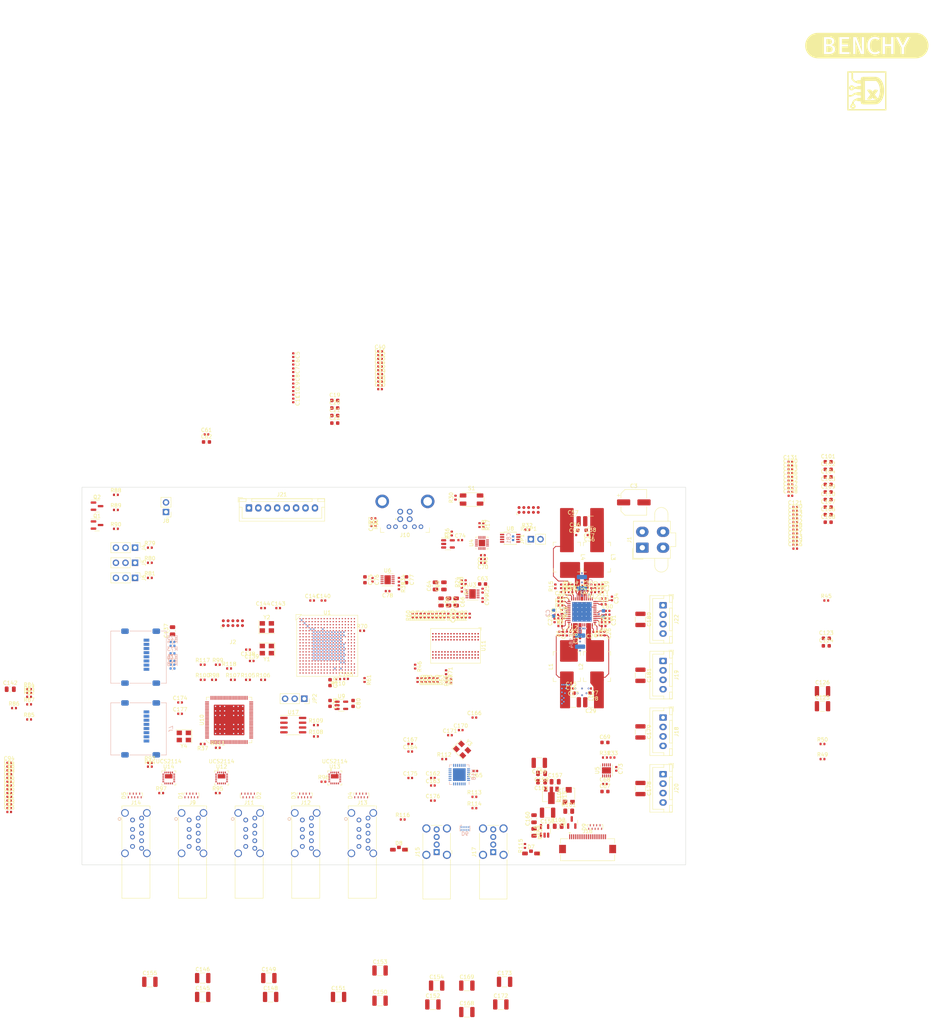
<source format=kicad_pcb>
(kicad_pcb (version 20211014) (generator pcbnew)
  (layers (0 "F.Cu" signal) (1 "In1.Cu" power) (2 "In2.Cu" signal) (3 "In3.Cu" power) (4 "In4.Cu" power) (5 "In5.Cu" signal) (6 "In6.Cu" signal) (31 "B.Cu" signal) (34 "B.Paste" user) (35 "F.Paste" user) (36 "B.SilkS" user "B.Silkscreen") (37 "F.SilkS" user "F.Silkscreen") (38 "B.Mask" user) (39 "F.Mask" user) (44 "Edge.Cuts" user))
  (net 0 "")
  (net 1 "VDDA-PWR")
  (net 2 "GND")
  (net 3 "VDD-PWR")
  (net 4 "VPWR")
  (net 5 "/POWER/COMP1")
  (net 6 "+30V")
  (net 7 "/POWER/COMP2")
  (net 8 "/POWER/COMP3")
  (net 9 "/POWER/COMP4")
  (net 10 "USB-CORE")
  (net 11 "/POWER/VDDA1V8-REG")
  (net 12 "VTT-DDR")
  (net 13 "VDD-DISP")
  (net 14 "VDDA")
  (net 15 "VDD-USB")
  (net 16 "RESET")
  (net 17 "/INPUT | OUTPUT/SWDIO")
  (net 18 "/INPUT | OUTPUT/SWDCLK")
  (net 19 "/INPUT | OUTPUT/SWO")
  (net 20 "/INPUT | OUTPUT/SDMMC-CMD")
  (net 21 "/POWER/PWR-ON")
  (net 22 "/POWER/VDD-DDR-EN")
  (net 23 "/POWER/VDD-USB-CORE-EN")
  (net 24 "/POWER/PWR-SWITCH")
  (net 25 "/POWER/ALL-PGOOD")
  (net 26 "/MEMORY/DDR-A0")
  (net 27 "/MEMORY/DDR-CLK-")
  (net 28 "/MEMORY/DDR-CLK+")
  (net 29 "/MEMORY/DDR-A1")
  (net 30 "/MEMORY/DDR-A2")
  (net 31 "/MEMORY/DDR-A3")
  (net 32 "/MEMORY/DDR-RESET")
  (net 33 "/MEMORY/DDR-CKE")
  (net 34 "/MEMORY/DDR-A4")
  (net 35 "/MEMORY/DDR-A5")
  (net 36 "/MEMORY/DDR-A6")
  (net 37 "/MEMORY/DDR-A7")
  (net 38 "/MEMORY/DDR-A8")
  (net 39 "/MEMORY/DDR-A9")
  (net 40 "/MEMORY/DDR-A10")
  (net 41 "/MEMORY/DDR-A11")
  (net 42 "/MEMORY/DDR-A12")
  (net 43 "/MEMORY/DDR-A13")
  (net 44 "/MEMORY/DDR-A14")
  (net 45 "/MEMORY/DDR-BA0")
  (net 46 "/MEMORY/DDR-BA1")
  (net 47 "/MEMORY/DDR-BA2")
  (net 48 "/MEMORY/DDR-~{RAS}")
  (net 49 "/MEMORY/DDR-~{CAS}")
  (net 50 "/MEMORY/DDR-~{CS}")
  (net 51 "/MEMORY/DDR-~{WE}")
  (net 52 "/MEMORY/DDR-ODT")
  (net 53 "/POWER/SMPS-PGOOD")
  (net 54 "/POWER/PMBUS-ALERT")
  (net 55 "/POWER/PWR-LP")
  (net 56 "/POWER/VDD-PERIPHERALS-EN")
  (net 57 "/POWER/VDDA-EN")
  (net 58 "/POWER/VREF-DDR-PGOOD")
  (net 59 "/MEMORY/DDR-DQ0")
  (net 60 "/MEMORY/DDR-DQ1")
  (net 61 "/MEMORY/DDR-DQ3")
  (net 62 "/MEMORY/DDR-DQ7")
  (net 63 "/MEMORY/DDR-DQSL-")
  (net 64 "/MEMORY/DDR-DQML")
  (net 65 "/MEMORY/DDR-DQSL+")
  (net 66 "/MEMORY/DDR-DQ5")
  (net 67 "/MEMORY/DDR-DQ2")
  (net 68 "/MEMORY/DDR-DQ6")
  (net 69 "/MEMORY/DDR-DQ4")
  (net 70 "/MEMORY/DDR-DQ8")
  (net 71 "/MEMORY/DDR-DQ10")
  (net 72 "/MEMORY/DDR-DQ9")
  (net 73 "/MEMORY/DDR-DQ13")
  (net 74 "/MEMORY/DDR-DQSU-")
  (net 75 "/MEMORY/DDR-DQMU")
  (net 76 "/MEMORY/DDR-DQSU+")
  (net 77 "/MEMORY/DDR-DQ14")
  (net 78 "/MEMORY/DDR-DQ11")
  (net 79 "/MEMORY/DDR-DQ15")
  (net 80 "/MEMORY/DDR-DQ12")
  (net 81 "Net-(C98-Pad1)")
  (net 96 "Net-(D7-Pad1)")
  (net 97 "Net-(D8-Pad1)")
  (net 100 "Net-(Q1-Pad1)")
  (net 101 "Net-(R98-Pad1)")
  (net 102 "Net-(R99-Pad1)")
  (net 103 "VREF-DDR")
  (net 104 "Net-(R102-Pad1)")
  (net 105 "Net-(R107-Pad2)")
  (net 106 "Net-(C23-Pad2)")
  (net 107 "VDD-CORE")
  (net 108 "Net-(C31-Pad2)")
  (net 109 "VCC")
  (net 110 "/USB | DISPLAY/USB1-D-")
  (net 111 "/USB | DISPLAY/USB1-D+")
  (net 112 "/USB | DISPLAY/USB1-TX-")
  (net 113 "/USB | DISPLAY/USB1-TX+")
  (net 114 "/USB | DISPLAY/USB1-RX-")
  (net 115 "/USB | DISPLAY/USB1-RX+")
  (net 116 "/USB | DISPLAY/USB2-D-")
  (net 117 "/USB | DISPLAY/USB2-D+")
  (net 118 "/USB | DISPLAY/USB2-TX-")
  (net 119 "/USB | DISPLAY/USB2-TX+")
  (net 120 "/USB | DISPLAY/USB2-RX-")
  (net 121 "/USB | DISPLAY/USB2-RX+")
  (net 122 "/USB | DISPLAY/USB3-D-")
  (net 123 "/USB | DISPLAY/USB3-D+")
  (net 124 "/USB | DISPLAY/USB3-TX-")
  (net 125 "/USB | DISPLAY/USB3-TX+")
  (net 126 "/USB | DISPLAY/USB3-RX-")
  (net 127 "/USB | DISPLAY/USB3-RX+")
  (net 128 "/USB | DISPLAY/USB4-D-")
  (net 129 "/USB | DISPLAY/USB4-D+")
  (net 130 "/USB | DISPLAY/USB4-TX-")
  (net 131 "/USB | DISPLAY/USB4-TX+")
  (net 132 "/USB | DISPLAY/USB4-RX-")
  (net 133 "/USB | DISPLAY/USB4-RX+")
  (net 134 "/USB | DISPLAY/USB5-D-")
  (net 135 "/USB | DISPLAY/USB5-D+")
  (net 136 "/USB | DISPLAY/USB5-TX-")
  (net 137 "/USB | DISPLAY/USB5-TX+")
  (net 138 "/USB | DISPLAY/USB5-RX-")
  (net 139 "/USB | DISPLAY/USB5-RX+")
  (net 140 "/USB | DISPLAY/USB-IN1-D+")
  (net 141 "/USB | DISPLAY/USB-IN1-D-")
  (net 142 "/USB | DISPLAY/USB-IN2-D+")
  (net 143 "/USB | DISPLAY/USB-IN2-D-")
  (net 144 "Net-(ICSP1-Pad5)")
  (net 145 "/INPUT | OUTPUT/SD-FILES-D2")
  (net 146 "/INPUT | OUTPUT/SD-FILES-D3")
  (net 147 "/INPUT | OUTPUT/SD-FILES-CMD")
  (net 148 "/INPUT | OUTPUT/SD-FILES-CLK")
  (net 149 "/INPUT | OUTPUT/SD-FILES-D0")
  (net 150 "/INPUT | OUTPUT/SD-FILES-D1")
  (net 151 "/INPUT | OUTPUT/SD-BOOT-D2")
  (net 152 "/INPUT | OUTPUT/SD-BOOT-D3")
  (net 153 "/INPUT | OUTPUT/SD-BOOT-CMD")
  (net 154 "/INPUT | OUTPUT/SD-BOOT-CLK")
  (net 155 "/INPUT | OUTPUT/SD-BOOT-D0")
  (net 156 "/INPUT | OUTPUT/SD-BOOT-D1")
  (net 157 "/USB | DISPLAY/USBU-D-")
  (net 158 "/USB | DISPLAY/USBU-D+")
  (net 159 "/USB | DISPLAY/USBU-TX-")
  (net 160 "/USB | DISPLAY/USBU-TX+")
  (net 161 "/USB | DISPLAY/USBU-RX-")
  (net 162 "/USB | DISPLAY/USBU-RX+")
  (net 163 "POWER-RESET")
  (net 164 "Net-(JP2-Pad2)")
  (net 165 "/USB | DISPLAY/BK-ANODE")
  (net 166 "Net-(Q3-Pad3)")
  (net 167 "Net-(C177-Pad2)")
  (net 168 "/POWER/VDD-DDR-PG")
  (net 169 "Net-(R112-Pad1)")
  (net 170 "/USB | DISPLAY/DSI-D0-")
  (net 171 "/USB | DISPLAY/DSI-CL-")
  (net 172 "/USB | DISPLAY/DSI-D1-")
  (net 173 "/USB | DISPLAY/DSI-D0+")
  (net 174 "/USB | DISPLAY/DSI-CL+")
  (net 175 "/USB | DISPLAY/DSI-D1+")
  (net 176 "/INPUT | OUTPUT/SD-FILES-DETECT")
  (net 177 "/INPUT | OUTPUT/SD-BOOT-DETECT")
  (net 178 "/USB | DISPLAY/USB-INU-D-")
  (net 179 "/USB | DISPLAY/USB-MPU-D+")
  (net 180 "/USB | DISPLAY/USB-INU-D+")
  (net 181 "/USB | DISPLAY/USB-MPU-D-")
  (net 182 "/POWER/PWR-ON-RST")
  (net 186 "/USB | DISPLAY/USB1-EN-~{OC}")
  (net 187 "/USB | DISPLAY/USB2-EN-~{OC}")
  (net 188 "/USB | DISPLAY/USB3-EN-~{OC}")
  (net 189 "/USB | DISPLAY/USB4-EN-~{OC}")
  (net 190 "/USB | DISPLAY/USB5-EN-~{OC}")
  (net 191 "VDD-DDR")
  (net 192 "VDD")
  (net 193 "Net-(C138-Pad2)")
  (net 194 "Net-(C139-Pad1)")
  (net 195 "Net-(C140-Pad1)")
  (net 196 "Net-(C143-Pad2)")
  (net 197 "Net-(C144-Pad1)")
  (net 198 "Net-(C147-Pad2)")
  (net 199 "Net-(C156-Pad1)")
  (net 200 "Net-(C160-Pad1)")
  (net 201 "Net-(C175-Pad2)")
  (net 202 "Net-(C176-Pad2)")
  (net 223 "/INPUT | OUTPUT/FAN-PWM")
  (net 224 "Net-(J8-Pad2)")
  (net 228 "Net-(Q2-Pad2)")
  (net 229 "Net-(Q2-Pad3)")
  (net 230 "Net-(Q3-Pad1)")
  (net 231 "Net-(R70-Pad1)")
  (net 232 "Net-(R79-Pad2)")
  (net 233 "Net-(R80-Pad2)")
  (net 234 "Net-(R81-Pad2)")
  (net 235 "Net-(R91-Pad2)")
  (net 236 "Net-(R104-Pad2)")
  (net 237 "Net-(R108-Pad1)")
  (net 238 "Net-(R109-Pad1)")
  (net 314 "/INPUT | OUTPUT/DISP-BUS.RESET")
  (net 315 "/COMMUNICATIONS/PWR-BUS.SDA")
  (net 316 "/COMMUNICATIONS/PWR-BUS.SCK")
  (net 317 "/COMMUNICATIONS/ELOAD-BUS.SDA")
  (net 318 "/COMMUNICATIONS/ELOAD-BUS.SCK")
  (net 319 "/COMMUNICATIONS/SWITCHER-BUS.SDA")
  (net 320 "/COMMUNICATIONS/SWITCHER-BUS.SCK")
  (net 321 "/COMMUNICATIONS/RELAY-BUS.1")
  (net 322 "/COMMUNICATIONS/RELAY-BUS.2")
  (net 323 "/COMMUNICATIONS/RELAY-BUS.3")
  (net 324 "/COMMUNICATIONS/RELAY-BUS.4")
  (net 325 "/COMMUNICATIONS/RELAY-BUS.5")
  (net 326 "/COMMUNICATIONS/RELAY-BUS.6")
  (net 327 "/COMMUNICATIONS/LOGIC-BUS.SDA")
  (net 328 "/COMMUNICATIONS/LOGIC-BUS.SCK")
  (net 329 "/INPUT | OUTPUT/USB-BUS.SDA")
  (net 330 "/INPUT | OUTPUT/USB-BUS.SCK")
  (net 331 "/USB | DISPLAY/USB-BUS.BRIGHT")
  (net 332 "/INPUT | OUTPUT/USB-BUS.RESET")
  (net 333 "/INPUT | OUTPUT/DISP-BUS.BRIGHT")
  (net 334 "/INPUT | OUTPUT/DISP-BUS.TE")
  (net 335 "/INPUT | OUTPUT/SM-BUS.RX")
  (net 336 "/INPUT | OUTPUT/RELAY-BUS.4")
  (net 337 "/INPUT | OUTPUT/RELAY-BUS.3")
  (net 338 "/INPUT | OUTPUT/RELAY-BUS.1")
  (net 339 "/INPUT | OUTPUT/RELAY-BUS.2")
  (net 340 "/INPUT | OUTPUT/RELAY-BUS.5")
  (net 341 "/INPUT | OUTPUT/RELAY-BUS.6")
  (net 342 "/INPUT | OUTPUT/SM-BUS.TX")
  (net 345 "/POWER/PWR-CB1")
  (net 346 "/POWER/PWR-SW1")
  (net 347 "/POWER/PWR-SS1")
  (net 348 "/POWER/PWR-FB1")
  (net 349 "/POWER/PWR-CB2")
  (net 350 "/POWER/PWR-SW2")
  (net 351 "/POWER/PWR-SS2")
  (net 352 "/POWER/PWR-FB2")
  (net 353 "/POWER/PWR-CB3")
  (net 354 "/POWER/PWR-SW3")
  (net 355 "/POWER/PWR-SS3")
  (net 356 "/POWER/PWR-FB3")
  (net 357 "/POWER/PWR-CB4")
  (net 358 "/POWER/PWR-SW4")
  (net 359 "/POWER/PWR-SS4")
  (net 360 "/POWER/PWR-FB4")
  (net 361 "/POWER/VDDA1V1-REG")
  (net 362 "/POWER/VDDG")
  (net 363 "/POWER/VDD-DISP-SS")
  (net 364 "/POWER/VDDA-SS")
  (net 365 "/USB | DISPLAY/USBP1-VBUS")
  (net 366 "/USB | DISPLAY/USBP2-VBUS")
  (net 367 "/USB | DISPLAY/USBP3-VBUS")
  (net 368 "/USB | DISPLAY/USBP4-VBUS")
  (net 369 "/USB | DISPLAY/USBP5-VBUS")
  (net 370 "/USB | DISPLAY/USB-IN-XIN")
  (net 371 "/USB | DISPLAY/USB-IN-XOUT")
  (net 372 "/USB | DISPLAY/USB-SUSP-IND")
  (net 373 "/USB | DISPLAY/USB-HS-IND")
  (net 374 "/POWER/PWR-ICSP-COPI")
  (net 375 "/POWER/PWR-ICSP-SCLK")
  (net 376 "/POWER/PWR-ICSP-CIPO")
  (net 377 "/INPUT | OUTPUT/BOOT0-JMP")
  (net 378 "/INPUT | OUTPUT/BOOT1-JMP")
  (net 379 "/INPUT | OUTPUT/BOOT2-JMP")
  (net 380 "/POWER/PWR-EN1")
  (net 381 "/POWER/PMBUS-SDA")
  (net 382 "/POWER/PMBUS-SCK")
  (net 383 "/POWER/PWR-CLK-OUT")
  (net 384 "/POWER/PWR-CE")
  (net 385 "/POWER/PMBUS-ADDR")
  (net 386 "/POWER/PWR-RCLK-SY")
  (net 387 "/POWER/VDD-DISP-FB")
  (net 388 "/POWER/VDDA-FB")
  (net 389 "/USB | DISPLAY/USB12-COMM")
  (net 390 "/USB | DISPLAY/USB13-COMM")
  (net 391 "/USB | DISPLAY/USB-RREF")
  (net 392 "/USB | DISPLAY/USB-NONREM1")
  (net 393 "/POWER/VDD1V2-DSI-REG")
  (net 394 "Net-(R71-Pad1)")
  (net 395 "Net-(R37-Pad1)")
  (net 396 "Net-(R118-Pad2)")
  (net 397 "Net-(R117-Pad2)")
  (net 398 "Net-(R106-Pad2)")
  (net 399 "Net-(R105-Pad2)")
  (net 400 "Net-(R100-Pad1)")
  (net 401 "Net-(C58-Pad2)")
  (net 402 "Net-(C39-Pad2)")
  (net 403 "Net-(C174-Pad1)")
  (footprint "Capacitor_SMD:C_1210_3225Metric" (layer "F.Cu") (at 118 318)
    (fp_text reference "C168")
    (fp_text value "10uF")
  )
  (footprint "Resistor_SMD:R_0402_1005Metric" (layer "F.Cu") (at 2 240.5)
    (fp_text reference "R85")
    (fp_text value "47K")
  )
  (footprint "Resistor_SMD:R_0402_1005Metric" (layer "F.Cu") (at 116.675 204.125 90)
    (fp_text reference "R24")
    (fp_text value "10K")
  )
  (footprint "Resistor_SMD:R_0402_1005Metric" (layer "F.Cu") (at 120 261)
    (fp_text reference "R113")
    (fp_text value "50K")
  )
  (footprint "Resistor_SMD:R_0402_1005Metric" (layer "F.Cu") (at 144.5 217.75 -90)
    (fp_text reference "R3")
    (fp_text value "10K")
  )
  (footprint "Capacitor_SMD:C_0402_1005Metric" (layer "F.Cu") (at 203.75 174.25)
    (fp_text reference "C134")
    (fp_text value "100nF")
  )
  (footprint "Capacitor_SMD:C_0402_1005Metric" (layer "F.Cu") (at 153 205.25 -90)
    (fp_text reference "C33")
    (fp_text value "100pF")
  )
  (footprint "Resistor_SMD:R_0402_1005Metric" (layer "F.Cu") (at 55 227)
    (fp_text reference "R118")
    (fp_text value "200K")
  )
  (footprint "Capacitor_SMD:C_0402_1005Metric" (layer "F.Cu") (at -3.28 253)
    (fp_text reference "C84")
    (fp_text value "100nF")
  )
  (footprint "Capacitor_SMD:C_0402_1005Metric" (layer "F.Cu") (at 205.025 189.25)
    (fp_text reference "C122")
    (fp_text value "100nF")
  )
  (footprint "Resistor_SMD:R_0402_1005Metric" (layer "F.Cu") (at 111 213 90)
    (fp_text reference "R64")
    (fp_text value "56")
  )
  (footprint "Capacitor_SMD:C_0402_1005Metric" (layer "F.Cu") (at 122.25 198 180)
    (fp_text reference "C71")
    (fp_text value "100nF")
  )
  (footprint "Resistor_SMD:R_0402_1005Metric" (layer "F.Cu") (at 48 226)
    (fp_text reference "R117")
    (fp_text value "10K")
  )
  (footprint "Daxxn_LEDs:LED-SMD-1204_RA" (layer "F.Cu") (at 100 275)
    (fp_text reference "D8")
    (fp_text value "YELLOW")
  )
  (footprint "Connector_PinHeader_2.54mm:PinHeader_1x03_P2.54mm_Vertical" (layer "F.Cu") (at 30.08 199 -90)
    (fp_text reference "J5")
    (fp_text value "BOOT1-CONN")
  )
  (footprint "Capacitor_SMD:C_0402_1005Metric" (layer "F.Cu") (at 203.75 175.25)
    (fp_text reference "C133")
    (fp_text value "100nF")
  )
  (footprint "Capacitor_SMD:C_0402_1005Metric" (layer "F.Cu") (at -3.28 262)
    (fp_text reference "C91")
    (fp_text value "100nF")
  )
  (footprint "Capacitor_SMD:C_0402_1005Metric" (layer "F.Cu") (at -3.28 263)
    (fp_text reference "C85")
    (fp_text value "100nF")
  )
  (footprint "Resistor_SMD:R_0402_1005Metric" (layer "F.Cu") (at 121.365 189.02 -90)
    (fp_text reference "R18")
    (fp_text value "2.2K")
  )
  (footprint "Capacitor_SMD:C_1210_3225Metric" (layer "F.Cu") (at 127 316)
    (fp_text reference "C172")
    (fp_text value "10uF")
  )
  (footprint "Daxxn_Connectors:USB-GSB3211311WEU" (layer "F.Cu") (at 101.6 189.45 180)
    (fp_text reference "J10")
    (fp_text value "USB3_B")
  )
  (footprint "Resistor_SMD:R_0402_1005Metric" (layer "F.Cu") (at 60 230)
    (fp_text reference "R105")
    (fp_text value "10K")
  )
  (footprint "Resistor_SMD:R_0805_2012Metric" (layer "F.Cu") (at 142.2 268.8)
    (fp_text reference "R102")
    (fp_text value "120")
  )
  (footprint "Capacitor_SMD:C_0402_1005Metric" (layer "F.Cu") (at 142.5 217.75 -90)
    (fp_text reference "C14")
    (fp_text value "100nF")
  )
  (footprint "Capacitor_SMD:C_0603_1608Metric" (layer "F.Cu") (at 154.595 246.59)
    (fp_text reference "C69")
    (fp_text value "4.7uF")
  )
  (footprint "Capacitor_SMD:C_0805_2012Metric" (layer "F.Cu") (at 109.675 205.125 90)
    (fp_text reference "C64")
    (fp_text value "10uF")
  )
  (footprint "Resistor_SMD:R_0402_1005Metric" (layer "F.Cu") (at 80 257)
    (fp_text reference "R96")
    (fp_text value "18K")
  )
  (footprint "Resistor_SMD:R_0402_1005Metric" (layer "F.Cu") (at 134 190.25)
    (fp_text reference "R32")
    (fp_text value "10K")
  )
  (footprint "Resistor_SMD:R_0402_1005Metric" (layer "F.Cu") (at 34 195)
    (fp_text reference "R79")
    (fp_text value "100")
  )
  (footprint "Capacitor_SMD:C_0402_1005Metric" (layer "F.Cu") (at 72 154 -90)
    (fp_text reference "C10")
    (fp_text value "100nF")
  )
  (footprint "Capacitor_SMD:C_0402_1005Metric" (layer "F.Cu") (at 142.75 214.75)
    (fp_text reference "C18")
    (fp_text value "47pF")
  )
  (footprint "Capacitor_SMD:C_0402_1005Metric" (layer "F.Cu") (at 68 211)
    (fp_text reference "C143")
    (fp_text value "15pF")
  )
  (footprint "Resistor_SMD:R_0402_1005Metric" (layer "F.Cu") (at 153.5 206.75)
    (fp_text reference "R9")
    (fp_text value "10K")
  )
  (footprint "Capacitor_SMD:C_0402_1005Metric" (layer "F.Cu") (at 109 258)
    (fp_text reference "C163")
    (fp_text value "100nF")
  )
  (footprint "Capacitor_SMD:C_1210_3225Metric" (layer "F.Cu") (at 95 307)
    (fp_text reference "C153")
    (fp_text value "10uF")
  )
  (footprint "Resistor_SMD:R_0402_1005Metric" (layer "F.Cu") (at 37 260)
    (fp_text reference "R97")
    (fp_text value "18K")
  )
  (footprint "Capacitor_SMD:C_0805_2012Metric" (layer "F.Cu") (at 137.8 257 180)
    (fp_text reference "C161")
    (fp_text value "100nF")
  )
  (footprint "Connector_PinHeader_2.54mm:PinHeader_1x02_P2.54mm_Vertical" (layer "F.Cu") (at 38.2775 185.55 180)
    (fp_text reference "J8")
    (fp_text value "FAN-CONN")
  )
  (footprint "Resistor_SMD:R_0402_1005Metric" (layer "F.Cu") (at 122.175 206.375 -90)
    (fp_text reference "R25")
    (fp_text value "10K")
  )
  (footprint "Resistor_SMD:R_0402_1005Metric" (layer "F.Cu") (at 154.595 250.59)
    (fp_text reference "R31")
    (fp_text value "10K")
  )
  (footprint "Capacitor_SMD:C_1210_3225Metric" (layer "F.Cu") (at 164 214 -90)
    (fp_text reference "C180")
    (fp_text value "10uF")
  )
  (footprint "Connector:Tag-Connect_TC2050-IDC-FP_2x05_P1.27mm_Vertical" (layer "F.Cu") (at 134.375 185)
    (fp_text reference "ICSP1")
    (fp_text value "ICSP")
  )
  (footprint "Capacitor_SMD:C_0402_1005Metric" (layer "F.Cu") (at 42 239)
    (fp_text reference "C177")
    (fp_text value "15pF")
  )
  (footprint "Capacitor_SMD:C_0402_1005Metric" (layer "F.Cu") (at 95 153)
    (fp_text reference "C50")
    (fp_text value "100nF")
  )
  (footprint "Resistor_SMD:R_0402_1005Metric" (layer "F.Cu") (at 212.25 247)
    (fp_text reference "R50")
    (fp_text value "10K")
  )
  (footprint "Capacitor_SMD:C_0402_1005Metric" (layer "F.Cu") (at -3.28 261)
    (fp_text reference "C92")
    (fp_text value "100nF")
  )
  (footprint "Capacitor_SMD:C_0402_1005Metric" (layer "F.Cu") (at 122.25 199 180)
    (fp_text reference "C70")
    (fp_text value "100nF")
  )
  (footprint "Resistor_SMD:R_0402_1005Metric" (layer "F.Cu") (at 92.75 188.75 -90)
    (fp_text reference "R92")
    (fp_text value "50K")
  )
  (footprint "Capacitor_SMD:C_0402_1005Metric" (layer "F.Cu") (at 141.7 212.8)
    (fp_text reference "C13")
    (fp_text value "100nF")
  )
  (footprint "Capacitor_SMD:C_0402_1005Metric" (layer "F.Cu") (at 150.5 191.65 180)
    (fp_text reference "C36")
    (fp_text value "100nF")
  )
  (footprint "Resistor_SMD:R_0402_1005Metric" (layer "F.Cu") (at 64 230)
    (fp_text reference "R106")
    (fp_text value "200K")
  )
  (footprint "Capacitor_SMD:C_0402_1005Metric" (layer "F.Cu") (at 42 236)
    (fp_text reference "C174")
    (fp_text value "15pF")
  )
  (footprint "Package_TO_SOT_SMD:SOT-23-5" (layer "F.Cu") (at 138.6 270 90)
    (fp_text reference "U16")
    (fp_text value "AS321")
  )
  (footprint "Package_DFN_QFN:UDFN-9_1.0x3.8mm_P0.5mm" (layer "F.Cu") (at 60 260.635 -90)
    (fp_text reference "D2")
    (fp_text value "ESDLC5V0PB8")
  )
  (footprint "Capacitor_SMD:C_0402_1005Metric" (layer "F.Cu") (at -3.28 259)
    (fp_text reference "C93")
    (fp_text value "100nF")
  )
  (footprint "Resistor_SMD:R_0402_1005Metric" (layer "F.Cu") (at 105.75 213 90)
    (fp_text reference "R54")
    (fp_text value "56")
  )
  (footprint "Resistor_SMD:R_0402_1005Metric" (layer "F.Cu") (at 112.05 213 90)
    (fp_text reference "R62")
    (fp_text value "56")
  )
  (footprint "Capacitor_SMD:C_0402_1005Metric" (layer "F.Cu") (at 205.025 188.25)
    (fp_text reference "C117")
    (fp_text value "100nF")
  )
  (footprint "Capacitor_SMD:C_0402_1005Metric" (layer "F.Cu") (at 154 205.25 -90)
    (fp_text reference "C39")
    (fp_text value "820pF")
  )
  (footprint "Daxxn_Packages:UCS2114T-1-V_LXVAO-Custom" (layer "F.Cu") (at 39 256)
    (fp_text reference "U14")
    (fp_text value "UCS2114")
  )
  (footprint "Resistor_SMD:R_0402_1005Metric" (layer "F.Cu") (at 154.25 210)
    (fp_text reference "R20")
    (fp_text value "10K")
  )
  (footprint "Package_DFN_QFN:VQFN-20-1EP_3x3mm_P0.4mm_EP1.7x1.7mm" (layer "F.Cu") (at 122 193.75 90)
    (fp_text reference "U4")
    (fp_text value "ATTINY416-MNR")
  )
  (footprint "Daxxn_Switches:TL3365AF180QG" (layer "F.Cu") (at 119.25 182.25)
    (fp_text reference "S1")
    (fp_text value "POWER SWITCH")
  )
  (footprint "Capacitor_SMD:C_0603_1608Metric" (layer "F.Cu") (at 213.75 182.25)
    (fp_text reference "C110")
    (fp_text value "100nF")
  )
  (footprint "Resistor_SMD:R_0402_1005Metric" (layer "F.Cu") (at 108.1 230.05 -90)
    (fp_text reference "R51")
    (fp_text value "56")
  )
  (footprint "Capacitor_SMD:C_0402_1005Metric" (layer "F.Cu") (at -3.28 260)
    (fp_text reference "C95")
    (fp_text value "100nF")
  )
  (footprint "Connector_PinSocket_2.54mm:PinSocket_1x03_P2.54mm_Vertical" (layer "F.Cu") (at 74.920001 235 -90)
    (fp_text reference "JP2")
    (fp_text value "WP-JMP")
  )
  (footprint "Capacitor_SMD:C_1210_3225Metric" (layer "F.Cu") (at 118 311)
    (fp_text reference "C169")
    (fp_text value "1uF")
  )
  (footprint "Capacitor_SMD:C_1210_3225Metric" (layer "F.Cu") (at 65.525 309)
    (fp_text reference "C149")
    (fp_text value "10uF")
  )
  (footprint "Capacitor_SMD:C_0402_1005Metric" (layer "F.Cu") (at 116.25 193)
    (fp_text reference "C74")
    (fp_text value "100nF")
  )
  (footprint "Package_DFN_QFN:DFN-10-1EP_3x3mm_P0.5mm_EP1.65x2.38mm" (layer "F.Cu") (at 155 254 90)
    (fp_text reference "U5")
    (fp_text value "MAX15027")
  )
  (footprint "Resistor_SMD:R_0402_1005Metric" (layer "F.Cu") (at 106 230.05 -90)
    (fp_text reference "R58")
    (fp_text value "56")
  )
  (footprint "Capacitor_SMD:C_1210_3225Metric" (layer "F.Cu") (at 84 314)
    (fp_text reference "C151")
    (fp_text value "10uF")
  )
  (footprint "Capacitor_SMD:C_0402_1005Metric" (layer "F.Cu") (at 205.025 190.25)
    (fp_text reference "C118")
    (fp_text value "100nF")
  )
  (footprint "Resistor_SMD:R_0402_1005Metric" (layer "F.Cu") (at 115 181.75 90)
    (fp_text reference "R30")
    (fp_text value "10K")
  )
  (footprint "Resistor_SMD:R_0402_1005Metric" (layer "F.Cu") (at 118.75 213 90)
    (fp_text reference "R65")
    (fp_text value "56")
  )
  (footprint "Resistor_SMD:R_0402_1005Metric" (layer "F.Cu") (at 154.25 214.75)
    (fp_text reference "R5")
    (fp_text value "10K")
  )
  (footprint "Capacitor_SMD:C_0603_1608Metric" (layer "F.Cu") (at 213.75 174.25)
    (fp_text reference "C102")
    (fp_text value "100nF")
  )
  (footprint "Capacitor_SMD:C_1210_3225Metric" (layer "F.Cu") (at 137.2 252 180)
    (fp_text reference "C159")
    (fp_text value "10uF")
  )
  (footprint "Daxxn_Passives:Crystal_SMD_4Pin_3.2x2.5mm" (layer "F.Cu") (at 65 216)
    (fp_text reference "Y2")
    (fp_text value "32.7KHz")
  )
  (footprint "Capacitor_SMD:C_0402_1005Metric" (layer "F.Cu") (at 203.75 178.25)
    (fp_text reference "C132")
    (fp_text value "100nF")
  )
  (footprint "Capacitor_SMD:C_1210_3225Metric" (layer "F.Cu") (at 110 311)
    (fp_text reference "C154")
    (fp_text value "10uF")
  )
  (footprint "Daxxn_Packages:100-VQFN-GND_12X12" (layer "F.Cu") (at 55 240.635 90)
    (fp_text reference "U10")
    (fp_text value "USB7206C")
  )
  (footprint "Capacitor_SMD:C_0402_1005Metric" (layer "F.Cu") (at 72 152 -90)
    (fp_text reference "C9")
    (fp_text value "100nF")
  )
  (footprint "Daxxn_Passives:PA4341" (layer "F.Cu") (at 144.5 197.5 180)
    (fp_text reference "L4")
    (fp_text value "10uH")
  )
  (footprint "Capacitor_SMD:C_0402_1005Metric" (layer "F.Cu") (at 205.025 185.25)
    (fp_text reference "C120")
    (fp_text value "100nF")
  )
  (footprint "Capacitor_SMD:C_0402_1005Metric" (layer "F.Cu") (at 95 145)
    (fp_text reference "C42")
    (fp_text value "100nF")
  )
  (footprint "Resistor_SMD:R_0402_1005Metric" (layer "F.Cu") (at 133.4 274 90)
    (fp_text reference "R115")
    (fp_text value "1K")
  )
  (footprint "Package_TO_SOT_SMD:SOT-23" (layer "F.Cu") (at 145.8 267.8 90)
    (fp_text reference "Q3")
    (fp_text value "RQ5A030AP")
  )
  (footprint "Capacitor_SMD:C_0402_1005Metric" (layer "F.Cu") (at 154.5 217.75 -90)
    (fp_text reference "C26")
    (fp_text value "100nF")
  )
  (footprint "Capacitor_SMD:C_1210_3225Metric" (layer "F.Cu") (at 48 309)
    (fp_text reference "C146")
    (fp_text value "10uF")
  )
  (footprint "Connector:Tag-Connect_TC2050-IDC-FP_2x05_P1.27mm_Vertical" (layer "F.Cu") (at 56 215)
    (fp_text reference "J2")
    (fp_text value "SWD-TAG")
  )
  (footprint "Capacitor_SMD:C_0402_1005Metric" (layer "F.Cu") (at 203.75 173.25)
    (fp_text reference "C130")
    (fp_text value "100nF")
  )
  (footprint "Capacitor_SMD:C_0603_1608Metric" (layer "F.Cu") (at 83 162)
    (fp_text reference "C22")
    (fp_text value "1uF")
  )
  (footprint "Resistor_SMD:R_0402_1005Metric" (layer "F.Cu") (at 100 203.5 -90)
    (fp_text reference "R34")
    (fp_text value "10K")
  )
  (footprint "Capacitor_SMD:C_0402_1005Metric" (layer "F.Cu") (at 142.75 215.75)
    (fp_text reference "R4")
    (fp_text value "7.5K")
  )
  (footprint "Capacitor_SMD:C_0603_1608Metric" (layer "F.Cu") (at 213.25 221)
    (fp_text reference "C124")
    (fp_text value "1uF")
  )
  (footprint "Daxxn_Passives:Crystal_SMD_4Pin_3.2x2.5mm" (layer "F.Cu") (at 116.75 248.5 -45)
    (fp_text reference "Y3")
    (fp_text value "25MHz")
  )
  (footprint "Capacitor_SMD:C_0402_1005Metric" (layer "F.Cu") (at 122.175 208.875 -90)
    (fp_text reference "C99")
    (fp_text value "100nF")
  )
  (footprint "Capacitor_SMD:C_0402_1005Metric" (layer "F.Cu") (at 151 205.25 -90)
    (fp_text reference "R10")
    (fp_text value "13K")
  )
  (footprint "Resistor_SMD:R_0402_1005Metric" (layer "F.Cu") (at 142.75 213.75 180)
    (fp_text reference "R2")
    (fp_text value "24K")
  )
  (footprint "Package_SO:TSSOP-8_3x3mm_P0.65mm" (layer "F.Cu") (at 129.5 192.5)
    (fp_text reference "U8")
    (fp_text value "74HCT2G08")
  )
  (footprint "Capacitor_SMD:C_0402_1005Metric" (layer "F.Cu") (at 205.025 187.25)
    (fp_text reference "C112")
    (fp_text value "100nF")
  )
  (footprint "Daxxn_Passives:PA4341" (layer "F.Cu") (at 144.5 226.5)
    (fp_text reference "L1")
    (fp_text value "22uH")
  )
  (footprint "Capacitor_SMD:C_0402_1005Metric" (layer "F.Cu") (at -3.28 264)
    (fp_text reference "C82")
    (fp_text value "100nF")
  )
  (footprint "Capacitor_SMD:C_0402_1005Metric" (layer "F.Cu") (at 120 240)
    (fp_text reference "C166")
    (fp_text value "100nF")
  )
  (footprint "Capacitor_SMD:C_0402_1005Metric" (layer "F.Cu") (at -3.28 255)
    (fp_text reference "C89")
    (fp_text value "100nF")
  )
  (footprint "Capacitor_SMD:C_0402_1005Metric" (layer "F.Cu") (at 203.75 176.25)
    (fp_text reference "C136")
    (fp_text value "100nF")
  )
  (footprint "Capacitor_SMD:C_0805_2012Metric" (layer "F.Cu") (at 113.175 209.375 -90)
    (fp_text reference "C97")
    (fp_text value "10uF")
  )
  (footprint "Capacitor_SMD:C_0402_1005Metric" (layer "F.Cu") (at 155.75 214.25 -90)
    (fp_text reference "C31")
    (fp_text value "1nF")
  )
  (footprint "Resistor_SMD:R_0402_1005Metric" (layer "F.Cu") (at 107.85 213 90)
    (fp_text reference "R52")
    (fp_text value "56")
  )
  (footprint "Capacitor_SMD:C_1210_3225Metric" (layer "F.Cu") (at 212.25 237)
    (fp_text reference "C125")
    (fp_text value "22uF")
  )
  (footprint "Daxxn_Packages:UCS2114T-1-V_LXVAO-Custom" (layer "F.Cu") (at 53 256)
    (fp_text reference "U12")
    (fp_text value "UCS2114")
  )
  (footprint "Capacitor_SMD:C_0603_1608Metric" (layer "F.Cu") (at 83 156)
    (fp_text reference "C19")
    (fp_text value "1uF")
  )
  (footprint "kibuzzard-63F3F2E0" (layer "F.Cu") (at 224 62)
    (fp_text reference "kibuzzard-63F3F2E0" hide)
    (fp_text value "G***" hide)
  )
  (footprint "Daxxn_Passives:Crystal_SMD_4Pin_3.2x2.5mm" (layer "F.Cu") (at 43 245 180)
    (fp_text reference "Y4")
    (fp_text value "25MHz")
  )
  (footprint "Resistor_SMD:R_0402_1005Metric" (layer "F.Cu") (at 117.7 213 90)
    (fp_text reference "R66")
    (fp_text value "56")
  )
  (footprint "Daxxn_Connectors:GSB4116341HR" (layer "F.Cu") (at 74.407378 267.131901)
    (fp_text reference "J12")
    (fp_text value "USB3-PORT3")
  )
  (footprint "Capacitor_SMD:C_1210_3225Metric" (layer "F.Cu") (at 139.4 265.2 180)
    (fp_text reference "C156")
    (fp_text value "10uF")
  )
  (footprint "Resistor_SMD:R_0402_1005Metric" (layer "F.Cu") (at 34 253)
    (fp_text reference "R94")
    (fp_text value "2.2K")
  )
  (footprint "Capacitor_SMD:C_0402_1005Metric" (layer "F.Cu") (at 145.5 206.75)
    (fp_text reference "R16")
    (fp_text value "11K")
  )
  (footprint "Capacitor_SMD:C_0805_2012Metric" (layer "F.Cu") (at 115.175 209.375 -90)
    (fp_text reference "C66")
    (fp_text value "10uF")
  )
  (footprint "Daxxn_Connectors:GSB4116341HR" (layer "F.Cu") (at 44.407378 267.131901)
    (fp_text reference "J9")
    (fp_text value "USB3-PORT1")
  )
  (footprint "Resistor_SMD:R_0805_2012Metric" (layer "F.Cu") (at 135.8 270.4 -90)
    (fp_text reference "R103")
    (fp_text value "330")
  )
  (footprint "Resistor_SMD:R_0402_1005Metric" (layer "F.Cu") (at 25 190)
    (fp_text reference "R90")
    (fp_text value "1K")
  )
  (footprint "Capacitor_SMD:C_0402_1005Metric" (layer "F.Cu") (at 103 256)
    (fp_text reference "C175")
    (fp_text value "100nF")
  )
  (footprint "Capacitor_SMD:C_1210_3225Metric" (layer "F.Cu") (at 128 310)
    (fp_text reference "C173")
    (fp_text value "1uF")
  )
  (footprint "Capacitor_SMD:C_0402_1005Metric" (layer "F.Cu") (at 95 147)
    (fp_text reference "C44")
    (fp_text value "100nF")
  )
  (footprint "Daxxn_Connectors:GSB4116341HR" (layer "F.Cu") (at 89.407378 267.131901)
    (fp_text reference "J13")
    (fp_text value "USB3-PORT4")
  )
  (footprint "Capacitor_SMD:C_0402_1005Metric" (layer "F.Cu") (at 120.25 254.15 180)
    (fp_text reference "C165")
    (fp_text value "100nF")
  )
  (footprint "Daxxn_Switches:Bourns_TC33X" (layer "F.Cu") (at 145 260.6 90)
    (fp_text reference "R104")
    (fp_text value "10K")
  )
  (footprint "Capacitor_SMD:C_0402_1005Metric" (layer "F.Cu") (at 93.75 188.75 90)
    (fp_text reference "C147")
    (fp_text value "100nF")
  )
  (footprint "Capacitor_SMD:C_0402_1005Metric" (layer "F.Cu") (at 205.025 192.25)
    (fp_text reference "C111")
    (fp_text value "100nF")
  )
  (footprint "Capacitor_SMD:C_0402_1005Metric" (layer "F.Cu") (at 95 146)
    (fp_text reference "C43")
    (fp_text value "100nF")
  )
  (footprint "Capacitor_SMD:C_0805_2012Metric" (layer "F.Cu") (at 141.4 257)
    (fp_text reference "C157")
    (fp_text value "1uF")
  )
  (footprint "Resistor_SMD:R_0402_1005Metric" (layer "F.Cu") (at 104.95 230.05 -90)
    (fp_text reference "R55")
    (fp_text value "56")
  )
  (footprint "Capacitor_SMD:C_0402_1005Metric" (layer "F.Cu") (at 109 262)
    (fp_text reference "C176")
    (fp_text value "100nF")
  )
  (footprint "Capacitor_SMD:C_0603_1608Metric" (layer "F.Cu") (at 49 167)
    (fp_text reference "C62")
    (fp_text value "2.2uF")
  )
  (footprint "Resistor_SMD:R_0402_1005Metric" (layer "F.Cu") (at 116.65 213 90)
    (fp_text reference "R72")
    (fp_text value "56")
  )
  (footprint "Resistor_SMD:R_0402_1005Metric" (layer "F.Cu") (at 2 234.5)
    (fp_text reference "R82")
    (fp_text value "10K")
  )
  (footprint "Capacitor_SMD:C_1210_3225Metric" (layer "F.Cu") (at 164 243.8 -90)
    (fp_text reference "C179")
    (fp_text value "10uF")
  )
  (footprint "Capacitor_SMD:C_0402_1005Metric" (layer "F.Cu") (at 156.45 208.45 -90)
    (fp_text reference "C34")
    (fp_text value "100nF")
  )
  (footprint "Capacitor_SMD:C_0603_1608Metric" (layer "F.Cu") (at 213.75 176.25)
    (fp_text reference "C104")
    (fp_text value "100nF")
  )
  (footprint "Resistor_SMD:R_0402_1005Metric" (layer "F.Cu") (at 156.595 250.59)
    (fp_text reference "R33")
    (fp_text value "6.8K")
  )
  (footprint "Capacitor_SMD:C_0805_2012Metric" (layer "F.Cu") (at -3 232.5)
    (fp_text reference "C142")
    (fp_text value "4.7uF")
  )
  (footprint "Resistor_SMD:R_0402_1005Metric" (layer "F.Cu") (at 93.25 187.25 180)
    (fp_text reference "R91")
    (fp_text value "43K")
  )
  (footprint "Capacitor_SMD:C_0402_1005Metric" (layer "F.Cu") (at 95 149)
    (fp_text reference "C46")
    (fp_text value "100nF")
  )
  (footprint "Daxxn_Packages:UCS2114T-1-V_LXVAO-Custom" (layer "F.Cu") (at 83 256)
    (fp_text reference "U13")
    (fp_text value "UCS2114")
  )
  (footprint "Resistor_SMD:R_0805_2012Metric" (layer "F.Cu") (at 145 264.8)
    (fp_text reference "R101")
    (fp_text value "10 1%")
  )
  (footprint "Daxxn_Packages:LFBGA354-P0.8mm" (layer "F.Cu") (at 81 221)
    (fp_text reference "U1")
    (fp_text value "STM32MP157FAB1")
  )
  (footprint "Capacitor_SMD:C_0603_1608Metric" (layer "F.Cu") (at 102 203.5 -90)
    (fp_text reference "C77")
    (fp_text value "4.7uF")
  )
  (footprint "Capacitor_SMD:C_0402_1005Metric" (layer "F.Cu") (at -3.28 252)
    (fp_text reference "C94")
    (fp_text value "100nF")
  )
  (footprint "Capacitor_SMD:C_0402_1005Metric" (layer "F.Cu") (at 203.75 177.25)
    (fp_text reference "C135")
    (fp_text value "100nF")
  )
  (footprint "Resistor_SMD:R_0402_1005Metric" (layer "F.Cu") (at 106.8 213 90)
    (fp_text reference "R47")
    (fp_text value "56")
  )
  (footprint "Daxxn_Connectors:JST_XH_B4B-XH-A_Vertical" (layer "F.Cu") (at 170 240 -90)
    (fp_text reference "J18")
    (fp_text value "COMMS-PWR")
  )
  (footprint "Daxxn_Passives:PA4341" (layer "F.Cu") (at 152.5 226.5)
    (fp_text reference "L2")
    (fp_text value "10uH")
  )
  (footprint "Resistor_SMD:R_0402_1005Metric" (layer "F.Cu") (at 120 264)
    (fp_text reference "R114")
    (fp_text value "50K")
  )
  (footprint "Resistor_SMD:R_0402_1005Metric" (layer "F.Cu") (at 2 236.5)
    (fp_text reference "R87")
    (fp_text value "47K")
  )
  (footprint "Capacitor_SMD:C_0603_1608Metric" (layer "F.Cu") (at 81.75 236.25 -90)
    (fp_text reference "C79")
    (fp_text value "1uF")
  )
  (footprint "Resistor_SMD:R_0402_1005Metric" (layer "F.Cu") (at 114.5 213 90)
    (fp_text reference "R67")
    (fp_text value "56")
  )
  (footprint "Daxxn_Connectors:1002-014-01000" (layer "F.Cu") (at 110 275.635 90)
    (fp_text reference "J15")
    (fp_text value "USB-INTERNAL-PORT1")
  )
  (footprint "Capacitor_SMD:C_0603_1608Metric" (layer "F.Cu") (at 81.75 230.75 -90)
    (fp_text reference "C59")
    (fp_text value "2.2uF")
  )
  (footprint "Resistor_SMD:R_0402_1005Metric" (layer "F.Cu") (at 114 191.25 90)
    (fp_text reference "R36")
    (fp_text value "10K")
  )
  (footprint "Capacitor_SMD:C_0402_1005Metric" (layer "F.Cu") (at 72 150 -90)
    (fp_text reference "C8")
    (fp_text value "100nF")
  )
  (footprint "Resistor_SMD:R_0402_1005Metric" (layer "F.Cu") (at 108.9 213 90)
    (fp_text reference "R44")
    (fp_text value "56")
  )
  (footprint "Daxxn_Connectors:4-Pin_Molex_Mini-Fit_Jr_Vertical_Mount" (layer "F.Cu") (at 164.5 195 90)
    (fp_text reference "J1")
    (fp_text value "PWR-CONN")
  )
  (footprint "Capacitor_SMD:C_0603_1608Metric" (layer "F.Cu") (at 213.75 180.25)
    (fp_text reference "C109")
    (fp_text value "100nF")
  )
  (footprint "Capacitor_SMD:C_0402_1005Metric" (layer "F.Cu") (at 146.5 191.65)
    (fp_text reference "C55")
    (fp_text value "100nF")
  )
  (footprint "Daxxn_Connectors:FH12A-20S-0.5SH55" (layer "F.Cu") (at 150 275 180)
    (fp_text reference "J16")
    (fp_text value "TFT-DISPLAY")
  )
  (footprint "Capacitor_SMD:C_0402_1005Metric" (layer "F.Cu") (at 154.595 257.59)
    (fp_text reference "C68")
    (fp_text value "100nF")
  )
  (footprint "Resistor_SMD:R_0402_1005Metric" (layer "F.Cu") (at 90.9 230.05 -90)
    (fp_text reference "R61")
    (fp_text value "56")
  )
  (footprint "Capacitor_SMD:C_0603_1608Metric" (layer "F.Cu") (at 213.25 219)
    (fp_text reference "C123")
    (fp_text value "1uF")
  )
  (footprint "Resistor_SMD:R_0402_1005Metric" (layer "F.Cu") (at 142.75 210.25)
    (fp_text reference "R22")
    (fp_text value "160K")
  )
  (footprint "Daxxn_Connectors:JST_XH_B4B-XH-A_Vertical" (layer "F.Cu") (at 170 225 -90)
    (fp_text reference "J19")
    (fp_text value "COMMS-ELOAD")
  )
  (footprint "Capacitor_SMD:C_0402_1005Metric" (layer "F.Cu") (at 143 205.25 -90)
    (fp_text reference "C58")
    (fp_text value "1.5nF")
  )
  (footprint "Capacitor_SMD:C_0402_1005Metric" (layer "F.Cu") (at 72 144 -90)
    (fp_text reference "C5")
    (fp_text value "100nF")
  )
  (footprint "Capacitor_SMD:C_0402_1005Metric" (layer "F.Cu") (at 205.025 191.25)
    (fp_text reference "C115")
    (fp_text value "100nF")
  )
  (footprint "Capacitor_SMD:C_1210_3225Metric" (layer "F.Cu") (at 164 228.8 -90)
    (fp_text reference "C181")
    (fp_text value "10uF")
  )
  (footprint "Capacitor_SMD:C_0402_1005Metric" (layer "F.Cu") (at 205.025 186.25)
    (fp_text reference "C114")
    (fp_text value "100nF")
  )
  (footprint "Capacitor_SMD:C_0402_1005Metric" (layer "F.Cu") (at 203.75 180.25)
    (fp_text reference "C129")
    (fp_text value "100nF")
  )
  (footprint "Package_DFN_QFN:DFN-10-1EP_3x3mm_P0.5mm_EP1.65x2.38mm" (layer "F.Cu") (at 97 203.5)
    (fp_text reference "U6")
    (fp_text value "MAX15027")
  )
  (footprint "Capacitor_SMD:C_1210_3225Metric" (layer "F.Cu") (at 48 314)
    (fp_text reference "C145")
    (fp_text value "10uF")
  )
  (footprint "Capacitor_SMD:C_0603_1608Metric" (layer "F.Cu") (at 83 158)
    (fp_text reference "C20")
    (fp_text value "1uF")
  )
  (footprint "Resistor_SMD:R_0402_1005Metric" (layer "F.Cu") (at 56 230)
    (fp_text reference "R107")
    (fp_text value "200K")
  )
  (footprint "Capacitor_SMD:C_0402_1005Metric" (layer "F.Cu") (at 80 209)
    (fp_text reference "C140")
    (fp_text value "1nF")
  )
  (footprint "Daxxn_Connectors:JST_XH_B4B-XH-A_Vertical" (layer "F.Cu") (at 170 255 -90)
    (fp_text reference "J20")
    (fp_text value "COMMS-SWITCHER")
  )
  (footprint "Resistor_SMD:R_0402_1005Metric" (layer "F.Cu") (at 83.9 229.8 180)
    (fp_text reference "R110")
    (fp_text value "3K")
  )
  (footprint "Capacitor_SMD:C_0402_1005Metric" (layer "F.Cu") (at 144 205.25 -90)
    (fp_text reference "C52")
    (fp_text value "150pF")
  )
  (footprint "Capacitor_SMD:C_1210_3225Metric" (layer "F.Cu") (at 146.15 188)
    (fp_text reference "C57")
    (fp_text value "10uF")
  )
  (footprint "Resistor_SMD:R_0402_1005Metric" (layer "F.Cu") (at 78 242)
    (fp_text reference "R109")
    (fp_text value "2.2K")
  )
  (footprint "Capacitor_SMD:C_0402_1005Metric" (layer "F.Cu") (at 155.3 211.75)
    (fp_text reference "C60")
    (fp_text value "100nF")
  )
  (footprint "Resistor_SMD:R_0402_1005Metric" (layer "F.Cu") (at 154.25 208.5)
    (fp_text reference "R11")
    (fp_text value "10K")
  )
  (footprint "Capacitor_SMD:C_0603_1608Metric" (layer "F.Cu") (at 154.595 259.59)
    (fp_text reference "C67")
    (fp_text value "1uF")
  )
  (footprint "Capacitor_SMD:C_0402_1005Metric" (layer "F.Cu") (at 205.025 194.25)
    (fp_text reference "C119")
    (fp_text value "100nF")
  )
  (footprint "Capacitor_SMD:C_0402_1005Metric" (layer "F.Cu") (at 154.25 213.75 180)
    (fp_text reference "C30")
    (fp_text value "117pF")
  )
  (footprint "Capacitor_SMD:C_1210_3225Metric" (layer "F.Cu") (at 164 258.8 -90)
    (fp_text reference "C178")
    (fp_text value "10uF")
  )
  (footprint "Resistor_SMD:R_0402_1005Metric" (layer "F.Cu") (at 112.6 230.05 -90)
    (fp_text reference "R57")
    (fp_text value "56")
  )
  (footprint "Package_DFN_QFN:UDFN-9_1.0x3.8mm_P0.5mm" (layer "F.Cu") (at 75 260.635 90)
    (fp_text reference "D3")
    (fp_text value "ESDLC5V0PB8")
  )
  (footprint "Capacitor_SMD:C_0603_1608Metric" (layer "F.Cu") (at 122.175 204.625)
    (fp_text reference "C63")
    (fp_text value "4.7uF")
  )
  (footprint "Resistor_SMD:R_0402_1005Metric" (layer "F.Cu") (at 212.25 251)
    (fp_text reference "R49")
    (fp_text value "10K")
  )
  (footprint "Capacitor_SMD:C_0402_1005Metric" (layer "F.Cu") (at 109 256)
    (fp_text reference "C162")
    (fp_text value "100nF")
  )
  (footprint "Daxxn_Connectors:JST_XH_B4B-XH-A_Vertical" (layer "F.Cu") (at 170 210.25 -90)
    (fp_text reference "J22")
    (fp_text value "COMMS-LOGIC")
  )
  (footprint "Resistor_SMD:R_0402_1005Metric" (layer "F.Cu") (at 143.5 206.75 180)
    (fp_text reference "R13")
    (fp_text value "8.2K")
  )
  (footprint "Capacitor_SMD:C_0402_1005Metric" (layer "F.Cu") (at 203.75 179.25)
    (fp_text reference "C127")
    (fp_text value "100nF")
  )
  (footprint "Capacitor_SMD:C_0402_1005Metric" (layer "F.Cu") (at 203.75 172.25)
    (fp_text reference "C131")
    (fp_text value "100nF")
  )
  (footprint "Capacitor_SMD:C_0402_1005Metric" (layer "F.Cu") (at 145.95 217.3)
    (fp_text reference "C12")
    (fp_text value "100nF")
  )
  (footprint "Daxxn_Connectors:1002-014-01000" (layer "F.Cu") (at 125 275.635 90)
    (fp_text reference "J17")
    (fp_text value "USB-INTERNAL-PORT2")
  )
  (footprint "Package_TO_SOT_SMD:SOT-23" (layer "F.Cu") (at 20 184)
    (fp_text reference "Q2")
    (fp_text value "MMBT2222A")
  )
  (footprint "Resistor_SMD:R_0402_1005Metric" (layer "F.Cu") (at 112.5 228 -90)
    (fp_text reference "R71")
    (fp_text value "240 1%")
  )
  (footprint "Resistor_SMD:R_0402_1005Metric" (layer "F.Cu") (at 141.45 205.25 90)
    (fp_text reference "R15")
    (fp_text value "10K")
  )
  (footprint "Capacitor_SMD:C_1210_3225Metric" (layer "F.Cu") (at 146.2 235.95)
    (fp_text reference "C17")
    (fp_text value "10uF")
  )
  (footprint "Resistor_SMD:R_0402_1005Metric" (layer "F.Cu") (at 113.8 230.3 90)
    (fp_text reference "R68")
    (fp_text value "56")
  )
  (footprint "Package_DFN_QFN:DFN-10-1EP_3x3mm_P0.5mm_EP1.7x2.5mm" (layer "F.Cu") (at 119.5 207.25)
    (fp_text reference "U3")
    (fp_text value "NCP51200")
  )
  (footprint "Capacitor_SMD:C_1210_3225Metric" (layer "F.Cu") (at 109 316)
    (fp_text reference "C152")
    (fp_text value "10uF")
  )
  (footprint "Capacitor_SMD:C_0402_1005Metric" (layer "F.Cu") (at 77 209)
    (fp_text reference "C141")
    (fp_text value "10nF")
  )
  (footprint "Capacitor_SMD:C_0402_1005Metric" (layer "F.Cu") (at 49 165)
    (fp_text reference "C61")
    (fp_text value "100nF")
  )
  (footprint "Capacitor_SMD:C_0805_2012Metric" (layer "F.Cu") (at 111.175 209.375 -90)
    (fp_text reference "C96")
    (fp_text value "10uF")
  )
  (footprint "Capacitor_SMD:C_0402_1005Metric" (layer "F.Cu") (at 152 205.25 90)
    (fp_text reference "C35")
    (fp_text value "100nF")
  )
  (footprint "Capacitor_SMD:C_0603_1608Metric" (layer "F.Cu") (at 91 203.5 -90)
    (fp_text reference "C75")
    (fp_text value "1uF")
  )
  (footprint "Capacitor_SMD:C_0402_1005Metric" (layer "F.Cu") (at 115.5 213 90)
    (fp_text reference "C100")
    (fp_text value "100nF")
  )
  (footprint "Capacitor_SMD:C_0603_1608Metric" (layer "F.Cu") (at 83 160)
    (fp_text reference "C21")
    (fp_text value "1uF")
  )
  (footprint "Resistor_SMD:R_0402_1005Metric" (layer "F.Cu") (at 78 245)
    (fp_text reference "R108")
    (fp_text value "2.2K")
  )
  (footprint "Resistor_SMD:R_0402_1005Metric" (layer "F.Cu") (at 90.25 217)
    (fp_text reference "R70")
    (fp_text value "240 1%")
  )
  (footprint "Resistor_SMD:R_0402_1005Metric" (layer "F.Cu") (at 104.7 213 90)
    (fp_text reference "R56")
    (fp_text value "56")
  )
  (footprint "Resistor_SMD:R_0402_1005Metric" (layer "F.Cu") (at 34 252)
    (fp_text reference "R93")
    (fp_text value "2.2K")
  )
  (footprint "Capacitor_SMD:C_0402_1005Metric" (layer "F.Cu") (at 205.025 195.25)
    (fp_text reference "C116")
    (fp_text value "100nF")
  )
  (footprint "Resistor_SMD:R_0402_1005Metric" (layer "F.Cu") (at 116.675 206.125 -90)
    (fp_text reference "R23")
    (fp_text value "10K")
  )
  (footprint "Daxxn_Connectors:GSB4116341HR" (layer "F.Cu") (at 59.407378 267.131901)
    (fp_text reference "J11")
    (fp_text value "USB3-PORT2")
  )
  (footprint "Capacitor_SMD:C_0402_1005Metric" (layer "F.Cu") (at 60 222 180)
    (fp_text reference "C138")
    (fp_text value "15pF")
  )
  (footprint "Capacitor_SMD:C_1210_3225Metric" (layer "F.Cu") (at 34 310)
    (fp_text reference "C155")
    (fp_text value "10uF")
  )
  (footprint "Capacitor_SMD:C_0402_1005Metric" (layer "F.Cu") (at 95 152)
    (fp_text reference "C49")
    (fp_text value "100nF")
  )
  (footprint "Capacitor_SMD:C_0402_1005Metric" (layer "F.Cu") (at 150 206 90)
    (fp_text reference "C32")
    (fp_text value "100nF")
  )
  (footprint "Connector_JST:JST_XH_B8B-XH-A_1x08_P2.50mm_Vertical" (layer "F.Cu") (at 60.25 184.475)
    (fp_text reference "J21")
    (fp_text value "RELAYS-CONN")
  )
  (footprint "Resistor_SMD:R_0402_1005Metric" (layer "F.Cu") (at 104.3 226.5 -90)
    (fp_text reference "R46")
    (fp_text value "56")
  )
  (footprint "Capacitor_SMD:C_0603_1608Metric" (layer "F.Cu") (at 150.4 190.4 180)
    (fp_text reference "C37")
    (fp_text value "1uF")
  )
  (footprint "Capacitor_SMD:C_0402_1005Metric" (layer "F.Cu") (at 151.05 217.3 180)
    (fp_text reference "C24")
    (fp_text value "100nF")
  )
  (footprint "Resistor_SMD:R_0402_1005Metric" (layer "F.Cu") (at 34 203)
    (fp_text reference "R81")
    (fp_text value "100")
  )
  (footprint "Capacitor_SMD:C_1210_3225Metric" (layer "F.Cu") (at 95 315)
    (fp_text reference "C150")
    (fp_text value "10uF")
  )
  (footprint "Resistor_SMD:R_0402_1005Metric" (layer "F.Cu") (at 103.65 213 90)
    (fp_text reference "R60")
    (fp_text value "56")
  )
  (footprint "Resistor_SMD:R_0402_1005Metric" (layer "F.Cu") (at 2 233.5)
    (fp_text reference "R83")
    (fp_text value "47K")
  )
  (footprint "Resistor_SMD:R_0402_1005Metric" (layer "F.Cu") (at 113.1 213 90)
    (fp_text reference "R69")
    (fp_text value "56")
  )
  (footprint "Resistor_SMD:R_0402_1005Metric" (layer "F.Cu") (at 2 232.5)
    (fp_text reference "R84")
    (fp_text value "47K")
  )
  (footprint "Capacitor_SMD:C_0402_1005Metric" (layer "F.Cu") (at 203.75 181.25)
    (fp_text reference "C128")
    (fp_text value "100nF")
  )
  (footprint "Capacitor_SMD:C_1210_3225Metric" (layer "F.Cu") (at 66 314)
    (fp_text reference "C148")
    (fp_text value "10uF")
  )
  (footprint "Resistor_SMD:R_0402_1005Metric" (layer "F.Cu") (at 110.2 230.05 -90)
    (fp_text reference "R63")
    (fp_text value "56")
  )
  (footprint "Package_DFN_QFN:UDFN-9_1.0x3.8mm_P0.5mm" (layer "F.Cu") (at 30 260.635 90)
    (fp_text reference "D5")
    (fp_text value "ESDLC5V0PB8")
  )
  (footprint "Capacitor_SMD:C_0805_2012Metric" (layer "F.Cu") (at 40 217 90)
    (fp_text reference "C137")
    (fp_text value "4.7uF")
  )
  (footprint "Capacitor_SMD:C_0805_2012Metric" (layer "F.Cu") (at 135.8 266.8 90)
    (fp_text reference "C160")
    (fp_text value "1uF")
  )
  (footprint "Resistor_SMD:R_0402_1005Metric" (layer "F.Cu") (at 122.365 189.02 -90)
    (fp_text reference "R17")
    (fp_text value "2.2K")
  )
  (footprint "Capacitor_SMD:C_0603_1608Metric" (layer "F.Cu") (at 213.75 172.25)
    (fp_text reference "C101")
    (fp_text value "100nF")
  )
  (footprint "Package_TO_SOT_SMD:SOT-23" (layer "F.Cu") (at 20 189)
    (fp_text reference "Q1")
    (fp_text value "SQ2310ES_SOT23")
  )
  (footprint "Capacitor_SMD:C_0603_1608Metric" (layer "F.Cu") (at 151.4 233.55 180)
    (fp_text reference "C28")
    (fp_text value "1uF")
  )
  (footprint "Capacitor_SMD:C_0402_1005Metric" (layer "F.Cu") (at 146 205.25 -90)
    (fp_text reference "R14")
    (fp_text value "4.3K")
  )
  (footprint "Daxxn_Logos_Art:Daxxn_Logo_N" (layer "F.Cu") (at 224 74)
    (fp_text reference "G***" hide)
    (fp_text value "LOGO" hide)
  )
  (footprint "Capacitor_SMD:C_0402_1005Metric" (layer "F.Cu") (at 157.595 253.59 -90)
    (fp_text reference "C73")
    (fp_text value "200nF")
  )
  (footprint "Capacitor_SMD:C_0402_1005Metric" (layer "F.Cu") (at 64 211)
    (fp_text reference "C144")
    (fp_text value "15pF")
  )
  (footprint "Capacitor_SMD:C_0402_1005Metric" (layer "F.Cu") (at 72 156 -90)
    (fp_text reference "C11")
    (fp_text value "100nF")
  )
  (footprint "Capacitor_SMD:C_0402_1005Metric" (layer "F.Cu") (at 97 206.5 180)
    (fp_text reference "C78")
    (fp_text value "200nF")
  )
  (footprint "Capacitor_SMD:C_0402_1005Metric" (layer "F.Cu") (at 153.5 217.75 90)
    (fp_text reference "R6")
    (fp_text value "6.2K")
  )
  (footprint "Capacitor_SMD:C_0402_1005Metric" (layer "F.Cu") (at 61 225)
    (fp_text reference "C139")
    (fp_text value "15pF")
  )
  (footprint "Package_TO_SOT_SMD:SOT-23-5" (layer "F.Cu") (at 113 194)
    (fp_text reference "U7")
    (fp_text value "SN74LVC1G32")
  )
  (footprint "Capacitor_SMD:C_0402_1005Metric" (layer "F.Cu") (at 103 247)
    (fp_text reference "C167")
    (fp_text value "100nF")
  )
  (footprint "Capacitor_SMD:C_0402_1005Metric" (layer "F.Cu") (at -3.28 254)
    (fp_text reference "C88")
    (fp_text value "100nF")
  )
  (footprint "Capacitor_SMD:C_0402_1005Metric" (layer "F.Cu") (at 95 151)
    (fp_text reference "C48")
    (fp_text value "100nF")
  )
  (footprint "Resistor_SMD:R_0402_1005Metric" (layer "F.Cu") (at -2 237.5)
    (fp_text reference "R86")
    (fp_text value "47K")
  )
  (footprint "Capacitor_SMD:C_0402_1005Metric" (layer "F.Cu") (at 148 218.5 90)
    (fp_text reference "C182")
    (fp_text value "100nF")
  )
  (footprint "Package_TO_SOT_SMD:SOT-23-5" (layer "F.Cu") (at 84.75 236.75)
    (fp_text reference "U9")
    (fp_text value "AP2127K-3.3")
  )
  (footprint "Daxxn_Connectors:GSB4116341HR" (layer "F.Cu") (at 29.407378 267.131901)
    (fp_text reference "J14")
    (fp_text value "USB3-PORT5")
  )
  (footprint "Resistor_SMD:R_0402_1005Metric" (layer "F.Cu") (at 101 267)
    (fp_text reference "R116")
    (fp_text value "1K")
  )
  (footprint "Resistor_SMD:R_0402_1005Metric" (layer "F.Cu") (at 112 251)
    (fp_text reference "R112")
    (fp_text value "12K 1%")
  )
  (footprint "Package_SO:SOIC-8_3.9x4.9mm_P1.27mm" (layer "F.Cu") (at 72 242)
    (fp_text reference "U17")
    (fp_text value "24LC08")
  )
  (footprint "Package_DFN_QFN:QFN-48-1EP_7x7mm_P0.5mm_EP5.15x5.15mm_ThermalVias" (layer "F.Cu") (at 148.5 212 90)
    (fp_text reference "U2")
    (fp_text value "TPS65400RGZT")
  )
  (footprint "Resistor_SMD:R_0402_1005Metric" (layer "F.Cu") (at 48 247 180)
    (fp_text reference "R37")
    (fp_text value "12K 1%")
  )
  (footprint "Capacitor_SMD:C_0402_1005Metric" (layer "F.Cu") (at 116.375 243.325)
    (fp_text reference "C170")
    (fp_text value "15pF")
  )
  (footprint "Capacitor_SMD:C_0402_1005Metric" (layer "F.Cu") (at 151.5 206.75 180)
    (fp_text reference "R12")
    (fp_text value "15K")
  )
  (footprint "Capacitor_SMD:C_0805_2012Metric" (layer "F.Cu") (at 111.925 205.125 90)
    (fp_text reference "C65")
    (fp_text value "10uF")
  )
  (footprint "Capacitor_SMD:C_0402_1005Metric" (layer "F.Cu") (at 86 229.75)
    (fp_text reference "C105")
    (fp_text value "100nF")
  )
  (footprint "Capacitor_SMD:C_0402_1005Metric" (layer "F.Cu") (at 95 144)
    (fp_text reference "C41")
    (fp_text value "100nF")
  )
  (footprint "Capacitor_SMD:C_0402_1005Metric" (layer "F.Cu") (at -3.28 257)
    (fp_text reference "C86")
    (fp_text value "100nF")
  )
  (footprint "Capacitor_SMD:C_0402_1005Metric" (layer "F.Cu") (at -3.28 265)
    (fp_text reference "C83")
    (fp_text value "100nF")
  )
  (footprint "Capacitor_SMD:C_0402_1005Metric" (layer "F.Cu") (at 113.525 244.675)
    (fp_text reference "C171")
    (fp_text value "15pF")
  )
  (footprint "Capacitor_SMD:C_0402_1005Metric" (layer "F.Cu") (at 147 206 90)
    (fp_text reference "C51")
    (fp_text value "100nF")
  )
  (footprint "Package_BGA:BGA-96_9.0x13.0mm_Layout2x3x16_P0.8mm" (layer "F.Cu") (at 115 221 -90)
    (fp_text reference "U11")
    (fp_text value "IS43TR16256B-125KBLI")
  )
  (footprint "Package_DFN_QFN:UDFN-9_1.0x3.8mm_P0.5mm" (layer "F.Cu") (at 90 260.635 90)
    (fp_text reference "D4")
    (fp_text value "ESDLC5V0PB8")
  )
  (footprint "Daxxn_Passives:Crystal_SMD_4Pin_3.2x2.5mm" (layer "F.Cu") (at 65 222 180)
    (fp_text reference "Y1")
    (fp_text value "24MHz")
  )
  (footprint "Capacitor_SMD:C_0603_1608Metric" (layer "F.Cu") (at 213.75 184.25)
    (fp_text reference "C107")
    (fp_text value "100nF")
  )
  (footprint "Capacitor_SMD:C_0402_1005Metric" (layer "F.Cu") (at 155.3 212.75 180)
    (fp_text reference "C25")
    (fp_text value "100nF")
  )
  (footprint "Resistor_SMD:R_0402_1005Metric" (layer "F.Cu") (at 152.5 217.75 -90)
    (fp_text reference "R7")
    (fp_text value "10K")
  )
  (footprint "Capacitor_SMD:C_0402_1005Metric" (layer "F.Cu") (at -3.28 256)
    (fp_text reference "C87")
    (fp_text value "100nF")
  )
  (footprint "Capacitor_SMD:C_0402_1005Metric" (layer "F.Cu") (at 151.4 232.3 180)
    (fp_text reference "C27")
    (fp_text value "100nF")
  )
  (footprint "Capacitor_SMD:C_0805_2012Metric" (layer "F.Cu") (at 137.8 254.8 180)
    (fp_text reference "C158")
    (fp_text value "1uF")
  )
  (footprint "Capacitor_SMD:C_0402_1005Metric" (layer "F.Cu") (at 145.65 232.3)
    (fp_text reference "C15")
    (fp_text value "100nF")
  )
  (footprint "Capacitor_SMD:C_0402_1005Metric" (layer "F.Cu") (at 145 205.25 90)
    (fp_text reference "C54")
    (fp_text value "100nF")
  )
  (footprint "Resistor_SMD:R_0402_1005Metric" (layer "F.Cu") (at 107.05 230.05 -90)
    (fp_text reference "R53")
    (fp_text value "56")
  )
  (footprint "Capacitor_SMD:C_0603_1608Metric" (layer "F.Cu") (at 145.65 233.55)
    (fp_text reference "C16")
    (fp_text value "1uF")
  )
  (footprint "Capacitor_SMD:C_0402_1005Metric" (layer "F.Cu") (at 103 249)
    (fp_text reference "C164")
    (fp_text value "100nF")
  )
  (footprint "Resistor_SMD:R_0402_1005Metric" (layer "F.Cu") (at 25 181)
    (fp_text reference "R88")
    (fp_text value "10K")
  )
  (footprint "Package_DFN_QFN:UDFN-9_1.0x3.8mm_P0.5mm" (layer "F.Cu") (at 45 260.635 90)
    (fp_text reference "D1")
    (fp_text value "ESDLC5V0PB8")
  )
  (footprint "Resistor_SMD:R_0402_1005Metric" (layer "F.Cu") (at 25 185)
    (fp_text reference "R89")
    (fp_text value "100")
  )
  (footprint "Capacitor_SMD:C_0402_1005Metric" (layer "F.Cu") (at 72 146 -90)
    (fp_text reference "C6")
    (fp_text value "100nF")
  )
  (footprint "Resistor_SMD:R_0402_1005Metric" (layer "F.Cu") (at 52 226)
    (fp_text reference "R99")
    (fp_text value "10K")
  )
  (footprint "Capacitor_SMD:C_0402_1005Metric" (layer "F.Cu") (at 142.75 208.25)
    (fp_text reference "C53")
    (fp_text value "100nF")
  )
  (footprint "Resistor_SMD:R_0402_1005Metric" (layer "F.Cu") (at 100 205.5 -90)
    (fp_text reference "R35")
    (fp_text value "6.8K")
  )
  (footprint "Resistor_SMD:R_0402_1005Metric" (layer "F.Cu") (at 48 230)
    (fp_text reference "R100")
    (fp_text value "10K")
  )
  (footprint "Capacitor_SMD:C_0402_1005Metric" (layer "F.Cu") (at 148.5 205.5 -90)
    (fp_text reference "C183")
    (fp_text value "100nF")
  )
  (footprint "Resistor_SMD:R_0402_1005Metric" (layer "F.Cu") (at 34 199)
    (fp_text reference "R80")
    (fp_text value "100")
  )
  (footprint "Resistor_SMD:R_0402_1005Metric" (layer "F.Cu") (at 143.15 212.05 -90)
    (fp_text reference "R19")
    (fp_text value "10K")
  )
  (footprint "Capacitor_SMD:C_0603_1608Metric" (layer "F.Cu") (at 213.75 188.25)
    (fp_text reference "C108")
    (fp_text value "100nF")
  )
  (footprint "Capacitor_SMD:C_0402_1005Metric" (layer "F.Cu") (at 141.25 214.25 90)
    (fp_text reference "C23")
    (fp_text value "330pF")
  )
  (footprint "Capacitor_SMD:C_0603_1608Metric" (layer "F.Cu") (at 213.75 186.25)
    (fp_text reference "C106")
    (fp_text value "100nF")
  )
  (footprint "Package_DFN_QFN:UDFN-9_1.0x3.8mm_P0.5mm" (layer "F.Cu") (at 152 269 90)
    (fp_text reference "D9")
    (fp_text value "ESDLC5V0PB8")
  )
  (footprint "Capacitor_SMD:C_0402_1005Metric" (layer "F.Cu") (at 95 143)
    (fp_text reference "C40")
    (fp_text value "100nF")
  )
  (footprint "Resistor_SMD:R_0402_1005Metric" (layer "F.Cu") (at 213.25 209)
    (fp_text reference "R45")
    (fp_text value "100")
  )
  (footprint "Capacitor_SMD:C_0402_1005Metric" (layer "F.Cu") (at 72 148 -90)
    (fp_text reference "C7")
    (fp_text value "100nF")
  )
  (footprint "Capacitor_SMD:C_0603_1608Metric" (layer "F.Cu") (at 213.75 178.25)
    (fp_text reference "C103")
    (fp_text value "100nF")
  )
  (footprint "Capacitor_SMD:C_1210_3225Metric" (layer "F.Cu") (at 150.85 235.95 180)
    (fp_text reference "C29")
    (fp_text value "10uF")
  )
  (footprint "Connector_PinHeader_2.54mm:PinHeader_1x03_P2.54mm_Vertical" (layer "F.Cu") (at 30.079999 203 -90)
    (fp_text reference "J6")
    (fp_text value "BOOT2-CONN")
  )
  (footprint "Capacitor_SMD:C_0402_1005Metric" (layer "F.Cu") (at 143.5 217.75 90)
    (fp_text reference "R1")
    (fp_text value "24K")
  )
  (footprint "Capacitor_SMD:C_0402_1005Metric" (layer "F.Cu") (at 122.25 197 180)
    (fp_text reference "C72")
    (fp_text value "100nF")
  )
  (footprint "Resistor_SMD:R_0402_1005Metric" (layer "F.Cu") (at 52 248)
    (fp_text reference "R111")
    (fp_text value "10K")
  )
  (footprint "Connector_PinHeader_2.54mm:PinHeader_1x03_P2.54mm_Vertical" (layer "F.Cu") (at 30.08 195 -90)
    (fp_text reference "J4")
    (fp_text value "BOOT0-CONN")
  )
  (footprint "Capacitor_SMD:C_0603_1608Metric" (layer "F.Cu") (at 146.65 190.4)
    (fp_text reference "C56")
    (fp_text value "1uF")
  )
  (footprint "Resistor_SMD:R_0402_1005Metric" (layer "F.Cu") (at 52 260)
    (fp_text reference "R95")
    (fp_text value "18K")
  )
  (footprint "Capacitor_SMD:C_0402_1005Metric" (layer "F.Cu") (at 205.025 184.25)
    (fp_text reference "C121")
    (fp_text value "100nF")
  )
  (footprint "Package_TO_SOT_SMD:SOT-89-3" (layer "F.Cu") (at 140.4 260.6 -90)
    (fp_text reference "U15")
    (fp_text value "LM317L")
  )
  (footprint "Capacitor_SMD:C_1210_3225Metric" (layer "F.Cu") (at 150.85 188 180)
    (fp_text reference "C38")
    (fp_text value "10uF")
  )
  (footprint "Capacitor_SMD:C_1210_3225Metric" (layer "F.Cu") (at 212.25 233)
    (fp_text reference "C126")
    (fp_text value "22uF")
  )
  (footprint "Capacitor_SMD:C_0402_1005Metric" (layer "F.Cu") (at 142.75 209.25 180)
    (fp_text reference "R21")
    (fp_text value "160K")
  )
  (footprint "Resistor_SMD:R_0402_1005Metric" (layer "F.Cu") (at 109.15 230.05 -90)
    (fp_text reference "R59")
    (fp_text value "56")
  )
  (footprint "Capacitor_SMD:C_0402_1005Metric" (layer "F.Cu") (at 95 148)
    (fp_text reference "C45")
    (fp_text value "100nF")
  )
  (footprint "Capacitor_SMD:C_0402_1005Metric" (layer "F.Cu") (at 93 203.5 -90)
    (fp_text reference "C76")
    (fp_text value "100nF")
  )
  (footprint "Capacitor_SMD:C_0402_1005Metric" (layer "F.Cu") (at 205.025 193.25)
    (fp_text reference "C113")
    (fp_text value "100nF")
  )
  (footprint "Capacitor_SMD:C_0402_1005Metric" (layer "F.Cu") (at 154.25 215.75 180)
    (fp_text reference "R8")
    (fp_text value "10K")
  )
  (footprint "Resistor_SMD:R_0402_1005Metric" (layer "F.Cu") (at 51 230)
    (fp_text reference "R98")
    (fp_text value "10K")
  )
  (footprint "Daxxn_LEDs:LED-SMD-1204_RA" (layer "F.Cu") (at 135 276)
    (fp_text reference "D7")
    (fp_text value "ORANGE")
  )
  (footprint "Connector_PinHeader_2.54mm:PinHeader_1x02_P2.54mm_Vertical" (layer "F.Cu") (at 134.975 192.75 90)
    (fp_text reference "JP1")
    (fp_text value "PWR-ICSP-RST")
  )
  (footprint "Daxxn_Passives:PA4341" (layer "F.Cu") (at 152.5 197.5 180)
    (fp_text reference "L3")
    (fp_text value "10uH")
  )
  (footprint "Resistor_SMD:R_0402_1005Metric" (layer "F.Cu") (at 109.95 213 90)
    (fp_text reference "R48")
    (fp_text value "56")
  )
  (footprint "Capacitor_SMD:C_0402_1005Metric" (layer "F.Cu") (at 95 150)
    (fp_text reference "C47")
    (fp_text value "100nF")
  )
  (footprint "Capacitor_SMD:C_0603_1608Metric" (layer "F.Cu") (at 87.85 236.25 -90)
    (fp_text reference "C80")
    (fp_text value "1uF")
  )
  (footprint "Capacitor_SMD:CP_Elec_6.3x7.7" (layer "F.Cu") (at 162.25 183)
    (fp_text reference "C3")
    (fp_text value "47uF")
  )
  (footprint "Capacitor_SMD:C_0402_1005Metric" (layer "F.Cu") (at -3.28 258)
    (fp_text reference "C90")
    (fp_text value "100nF")
  )
  (footprint "Capacitor_SMD:C_0402_1005Metric" (layer "F.Cu") (at 117.675 204.125 90)
    (fp_text reference "C98")
    (fp_text value "1nF")
  )
  (footprint "Resistor_SMD:R_0402_1005Metric" (layer "B.Cu") (at 40 221 180)
    (fp_text reference "R74")
    (fp_text value "47K")
  )
  (footprint "Capacitor_SMD:C_0603_1608Metric" (layer "B.Cu") (at 154.2 212.5 -90)
    (fp_text reference "C1")
    (fp_text value "100nF")
  )
  (footprint "Capacitor_SMD:C_0402_1005Metric" (layer "B.Cu") (at 130.25 192.5 -90)
    (fp_text reference "C81")
    (fp_text value "100nF")
  )
  (footprint "Capacitor_SMD:C_1210_3225Metric" (layer "B.Cu") (at 148.5 204.25 90)
    (fp_text reference "C4")
    (fp_text value "10uF")
  )
  (footprint "Daxxn_Connectors:microSD_HC_Molex_47219-2001" (layer "B.Cu") (at 31 243 90)
    (fp_text reference "J7")
    (fp_text value "BOOT-SD-CARD")
  )
  (footprint "Resistor_SMD:R_0402_1005Metric" (layer "B.Cu") (at 40 227 180)
    (fp_text reference "R78")
    (fp_text value "47K")
  )
  (footprint "Capacitor_SMD:C_0603_1608Metric" (layer "B.Cu") (at 140.95 212.35 -90)
    (fp_text reference "C2")
    (fp_text value "100nF")
  )
  (footprint "Daxxn_Packages:DFN2510A-10" (layer "B.Cu") (at 117.5 269.4)
    (fp_text reference "D6")
    (fp_text value "PUSB3AB4")
  )
  (footprint "Resistor_SMD:R_0402_1005Metric" (layer "B.Cu") (at 40 225 180)
    (fp_text reference "R76")
    (fp_text value "47K")
  )
  (footprint "Resistor_SMD:R_0402_1005Metric" (layer "B.Cu") (at 40 226 180)
    (fp_text reference "R77")
    (fp_text value "47K")
  )
  (footprint "Package_DFN_QFN:QFN-28-1EP_5x5mm_P0.5mm_EP3.35x3.35mm" (layer "B.Cu") (at 116 255.12 90)
    (fp_text reference "U18")
    (fp_text value "USB2412")
  )
  (footprint "Resistor_SMD:R_0402_1005Metric" (layer "B.Cu") (at 40 220 180)
    (fp_text reference "R75")
    (fp_text value "47K")
  )
  (footprint "Capacitor_SMD:C_1210_3225Metric" (layer "B.Cu") (at 148 219.75 -90)
    (fp_text reference "C184")
    (fp_text value "10uF")
  )
  (footprint "Daxxn_Connectors:microSD_HC_Molex_47219-2001" (layer "B.Cu") (at 31 224 90)
    (fp_text reference "J3")
    (fp_text value "FILES-SD-CARD")
  )
  (footprint "Resistor_SMD:R_0402_1005Metric" (layer "B.Cu") (at 40 223 180)
    (fp_text reference "R73")
    (fp_text value "10K")
  )
  (gr_rect (start 16 279) (end 176 179) (layer "Edge.Cuts") (width 0.1) (fill none))
  (via (at 85.4 225.4) (size 0.46) (drill 0.2) (layers "F.Cu" "B.Cu") (net 0))
  (via (at 80.6 219.8) (size 0.46) (drill 0.2) (layers "F.Cu" "B.Cu") (net 0))
  (via (at 79 219.8) (size 0.46) (drill 0.2) (layers "F.Cu" "B.Cu") (net 0))
  (via (at 77.4 219.8) (size 0.46) (drill 0.2) (layers "F.Cu" "B.Cu") (net 0))
  (via (at 85.4 218.2) (size 0.46) (drill 0.2) (layers "F.Cu" "B.Cu") (net 0))
  (via (at 84.6 225.4) (size 0.46) (drill 0.2) (layers "F.Cu" "B.Cu") (net 0))
  (via (at 79 223.8) (size 0.46) (drill 0.2) (layers "F.Cu" "B.Cu") (net 0))
  (via (at 83 227) (size 0.46) (drill 0.2) (layers "F.Cu" "B.Cu") (net 0))
  (via (at 80.6 220.6) (size 0.46) (drill 0.2) (layers "F.Cu" "B.Cu") (net 0))
  (via (at 83 217.4) (size 0.46) (drill 0.2) (layers "F.Cu" "B.Cu") (net 0))
  (via (at 84.6 218.2) (size 0.46) (drill 0.2) (layers "F.Cu" "B.Cu") (net 0))
  (via (at 83 219) (size 0.46) (drill 0.2) (layers "F.Cu" "B.Cu") (net 0))
  (via (at 75.8 215.8) (size 0.46) (drill 0.2) (layers "F.Cu" "B.Cu") (net 0))
  (via (at 83 219.8) (size 0.46) (drill 0.2) (layers "F.Cu" "B.Cu") (net 0))
  (via (at 81.4 219) (size 0.46) (drill 0.2) (layers "F.Cu" "B.Cu") (net 0))
  (via (at 85.4 224.6) (size 0.46) (drill 0.2) (layers "F.Cu" "B.Cu") (net 0))
  (via (at 78.2 222.2) (size 0.46) (drill 0.2) (layers "F.Cu" "B.Cu") (net 0))
  (via (at 82.2 223) (size 0.46) (drill 0.2) (layers "F.Cu" "B.Cu") (net 0))
  (via (at 80.6 217.4) (size 0.46) (drill 0.2) (layers "F.Cu" "B.Cu") (net 0))
  (via (at 84.6 223.8) (size 0.46) (drill 0.2) (layers "F.Cu" "B.Cu") (net 0))
  (via (at 84.6 217.4) (size 0.46) (drill 0.2) (layers "F.Cu" "B.Cu") (net 0))
  (via (at 79 221.4) (size 0.46) (drill 0.2) (layers "F.Cu" "B.Cu") (net 0))
  (via (at 75 215) (size 0.46) (drill 0.2) (layers "F.Cu" "B.Cu") (net 0))
  (via (at 77.4 221.4) (size 0.46) (drill 0.2) (layers "F.Cu" "B.Cu") (net 0))
  (via (at 76.6 216.6) (size 0.46) (drill 0.2) (layers "F.Cu" "B.Cu") (net 0))
  (via (at 82.2 219.8) (size 0.46) (drill 0.2) (layers "F.Cu" "B.Cu") (net 0))
  (via (at 79 218.2) (size 0.46) (drill 0.2) (layers "F.Cu" "B.Cu") (net 0))
  (via (at 79.8 216.6) (size 0.46) (drill 0.2) (layers "F.Cu" "B.Cu") (net 0))
  (via (at 83.8 224.6) (size 0.46) (drill 0.2) (layers "F.Cu" "B.Cu") (net 0))
  (via (at 83 224.6) (size 0.46) (drill 0.2) (layers "F.Cu" "B.Cu") (net 0))
  (via (at 80.6 222.2) (size 0.46) (drill 0.2) (layers "F.Cu" "B.Cu") (net 0))
  (via (at 80.6 223.8) (size 0.46) (drill 0.2) (layers "F.Cu" "B.Cu") (net 0))
  (via (at 81.4 217.4) (size 0.46) (drill 0.2) (layers "F.Cu" "B.Cu") (net 0))
  (via (at 77.4 223) (size 0.46) (drill 0.2) (layers "F.Cu" "B.Cu") (net 0))
  (via (at 78.2 220.6) (size 0.46) (drill 0.2) (layers "F.Cu" "B.Cu") (net 0))
  (via (at 84.6 227) (size 0.46) (drill 0.2) (layers "F.Cu" "B.Cu") (net 0))
  (via (at 83 223.8) (size 0.46) (drill 0.2) (layers "F.Cu" "B.Cu") (net 0))
  (via (at 81.4 221.4) (size 0.46) (drill 0.2) (layers "F.Cu" "B.Cu") (net 0))
  (via (at 82.2 218.2) (size 0.46) (drill 0.2) (layers "F.Cu" "B.Cu") (net 0))
  (via (at 82.2 221.4) (size 0.46) (drill 0.2) (layers "F.Cu" "B.Cu") (net 0))
  (via (at 82.2 217.4) (size 0.46) (drill 0.2) (layers "F.Cu" "B.Cu") (net 0))
  (via (at 78.2 218.2) (size 0.46) (drill 0.2) (layers "F.Cu" "B.Cu") (net 0))
  (via (at 79 219) (size 0.46) (drill 0.2) (layers "F.Cu" "B.Cu") (net 0))
  (via (at 85.4 223.8) (size 0.46) (drill 0.2) (layers "F.Cu" "B.Cu") (net 0))
  (via (at 80.6 223) (size 0.46) (drill 0.2) (layers "F.Cu" "B.Cu") (net 0))
  (via (at 84.6 224.6) (size 0.46) (drill 0.2) (layers "F.Cu" "B.Cu") (net 0))
  (via (at 84.6 219) (size 0.46) (drill 0.2) (layers "F.Cu" "B.Cu") (net 0))
  (via (at 83 220.6) (size 0.46) (drill 0.2) (layers "F.Cu" "B.Cu") (net 0))
  (via (at 74.2 214.2) (size 0.46) (drill 0.2) (layers "F.Cu" "B.Cu") (net 0))
  (via (at 79.8 220.6) (size 0.46) (drill 0.2) (layers "F.Cu" "B.Cu") (net 0))
  (via (at 78.2 217.4) (size 0.46) (drill 0.2) (layers "F.Cu" "B.Cu") (net 0))
  (via (at 79.8 222.2) (size 0.46) (drill 0.2) (layers "F.Cu" "B.Cu") (net 0))
  (via (at 82.2 219) (size 0.46) (drill 0.2) (layers "F.Cu" "B.Cu") (net 0))
  (via (at 77.4 216.6) (size 0.46) (drill 0.2) (layers "F.Cu" "B.Cu") (net 0))
  (via (at 78.2 221.4) (size 0.46) (drill 0.2) (layers "F.Cu" "B.Cu") (net 0))
  (via (at 78.2 219.8) (size 0.46) (drill 0.2) (layers "F.Cu" "B.Cu") (net 0))
  (via (at 79.8 217.4) (size 0.46) (drill 0.2) (layers "F.Cu" "B.Cu") (net 0))
  (via (at 79.8 224.6) (size 0.46) (drill 0.2) (layers "F.Cu" "B.Cu") (net 0))
  (via (at 77.4 219) (size 0.46) (drill 0.2) (layers "F.Cu" "B.Cu") (net 0))
  (via (at 77.4 218.2) (size 0.46) (drill 0.2) (layers "F.Cu" "B.Cu") (net 0))
  (via (at 81.4 218.2) (size 0.46) (drill 0.2) (layers "F.Cu" "B.Cu") (net 0))
  (via (at 83.8 221.4) (size 0.46) (drill 0.2) (layers "F.Cu" "B.Cu") (net 0))
  (via (at 83 222.2) (size 0.46) (drill 0.2) (layers "F.Cu" "B.Cu") (net 0))
  (via (at 84.6 223) (size 0.46) (drill 0.2) (layers "F.Cu" "B.Cu") (net 0))
  (via (at 78.2 224.6) (size 0.46) (drill 0.2) (layers "F.Cu" "B.Cu") (net 0))
  (via (at 83.8 222.2) (size 0.46) (drill 0.2) (layers "F.Cu" "B.Cu") (net 0))
  (via (at 85.4 222.2) (size 0.46) (drill 0.2) (layers "F.Cu" "B.Cu") (net 0))
  (via (at 83.8 220.6) (size 0.46) (drill 0.2) (layers "F.Cu" "B.Cu") (net 0))
  (via (at 84.6 221.4) (size 0.46) (drill 0.2) (layers "F.Cu" "B.Cu") (net 0))
  (via (at 80.6 219) (size 0.46) (drill 0.2) (layers "F.Cu" "B.Cu") (net 0))
  (via (at 81.4 223) (size 0.46) (drill 0.2) (layers "F.Cu" "B.Cu") (net 0))
  (via (at 83.8 218.2) (size 0.46) (drill 0.2) (layers "F.Cu" "B.Cu") (net 0))
  (via (at 81.4 223.8) (size 0.46) (drill 0.2) (layers "F.Cu" "B.Cu") (net 0))
  (via (at 82.2 222.2) (size 0.46) (drill 0.2) (layers "F.Cu" "B.Cu") (net 0))
  (via (at 77.4 223.8) (size 0.46) (drill 0.2) (layers "F.Cu" "B.Cu") (net 0))
  (via (at 81.4 222.2) (size 0.46) (drill 0.2) (layers "F.Cu" "B.Cu") (net 0))
  (via (at 77.4 222.2) (size 0.46) (drill 0.2) (layers "F.Cu" "B.Cu") (net 0))
  (via (at 83.8 217.4) (size 0.46) (drill 0.2) (layers "F.Cu" "B.Cu") (net 0))
  (via (at 79.8 218.2) (size 0.46) (drill 0.2) (layers "F.Cu" "B.Cu") (net 0))
  (via (at 79.8 223.8) (size 0.46) (drill 0.2) (layers "F.Cu" "B.Cu") (net 0))
  (via (at 80.6 224.6) (size 0.46) (drill 0.2) (layers "F.Cu" "B.Cu") (net 0))
  (via (at 78.2 223) (size 0.46) (drill 0.2) (layers "F.Cu" "B.Cu") (net 0))
  (via (at 77.4 224.6) (size 0.46) (drill 0.2) (layers "F.Cu" "B.Cu") (net 0))
  (via (at 81.4 220.6) (size 0.46) (drill 0.2) (layers "F.Cu" "B.Cu") (net 0))
  (via (at 82.2 223.8) (size 0.46) (drill 0.2) (layers "F.Cu" "B.Cu") (net 0))
  (via (at 78.2 223.8) (size 0.46) (drill 0.2) (layers "F.Cu" "B.Cu") (net 0))
  (via (at 79 220.6) (size 0.46) (drill 0.2) (layers "F.Cu" "B.Cu") (net 0))
  (via (at 81.4 219.8) (size 0.46) (drill 0.2) (layers "F.Cu" "B.Cu") (net 0))
  (via (at 85.4 220.6) (size 0.46) (drill 0.2) (layers "F.Cu" "B.Cu") (net 0))
  (via (at 79 224.6) (size 0.46) (drill 0.2) (layers "F.Cu" "B.Cu") (net 0))
  (via (at 77.4 220.6) (size 0.46) (drill 0.2) (layers "F.Cu" "B.Cu") (net 0))
  (via (at 85.4 221.4) (size 0.46) (drill 0.2) (layers "F.Cu" "B.Cu") (net 0))
  (via (at 79 217.4) (size 0.46) (drill 0.2) (layers "F.Cu" "B.Cu") (net 0))
  (via (at 78.2 219) (size 0.46) (drill 0.2) (layers "F.Cu" "B.Cu") (net 0))
  (via (at 80.6 221.4) (size 0.46) (drill 0.2) (layers "F.Cu" "B.Cu") (net 0))
  (via (at 83.8 223.8) (size 0.46) (drill 0.2) (layers "F.Cu" "B.Cu") (net 0))
  (via (at 83 221.4) (size 0.46) (drill 0.2) (layers "F.Cu" "B.Cu") (net 0))
  (via (at 84.6 219.8) (size 0.46) (drill 0.2) (layers "F.Cu" "B.Cu") (net 0))
  (via (at 83.8 219) (size 0.46) (drill 0.2) (layers "F.Cu" "B.Cu") (net 0))
  (via (at 79.8 221.4) (size 0.46) (drill 0.2) (layers "F.Cu" "B.Cu") (net 0))
  (via (at 81.4 224.6) (size 0.46) (drill 0.2) (layers "F.Cu" "B.Cu") (net 0))
  (via (at 79.8 223) (size 0.46) (drill 0.2) (layers "F.Cu" "B.Cu") (net 0))
  (via (at 82.2 220.6) (size 0.46) (drill 0.2) (layers "F.Cu" "B.Cu") (net 0))
  (via (at 84.6 220.6) (size 0.46) (drill 0.2) (layers "F.Cu" "B.Cu") (net 0))
  (via (at 83 218.2) (size 0.46) (drill 0.2) (layers "F.Cu" "B.Cu") (net 0))
  (via (at 79.8 219.8) (size 0.46) (drill 0.2) (layers "F.Cu" "B.Cu") (net 0))
  (via (at 85.4 217.4) (size 0.46) (drill 0.2) (layers "F.Cu" "B.Cu") (net 0))
  (via (at 79 223) (size 0.46) (drill 0.2) (layers "F.Cu" "B.Cu") (net 0))
  (via (at 77.4 217.4) (size 0.46) (drill 0.2) (layers "F.Cu" "B.Cu") (net 0))
  (via (at 83 223) (size 0.46) (drill 0.2) (layers "F.Cu" "B.Cu") (net 0))
  (via (at 85.4 223) (size 0.46) (drill 0.2) (layers "F.Cu" "B.Cu") (net 0))
  (via (at 79.8 219) (size 0.46) (drill 0.2) (layers "F.Cu" "B.Cu") (net 0))
  (via (at 84.6 222.2) (size 0.46) (drill 0.2) (layers "F.Cu" "B.Cu") (net 0))
  (via (at 82.2 224.6) (size 0.46) (drill 0.2) (layers "F.Cu" "B.Cu") (net 0))
  (via (at 79 222.2) (size 0.46) (drill 0.2) (layers "F.Cu" "B.Cu") (net 0))
  (via (at 83.8 219.8) (size 0.46) (drill 0.2) (layers "F.Cu" "B.Cu") (net 0))
  (via (at 83.8 223) (size 0.46) (drill 0.2) (layers "F.Cu" "B.Cu") (net 0))
  (via (at 80.6 218.2) (size 0.46) (drill 0.2) (layers "F.Cu" "B.Cu") (net 0))
  (segment (start 151.9375 210.75) (end 150.9125 210.75) (width 0.2) (layer "F.Cu") (net 2))
  (segment (start 150.9125 210.75) (end 150.825 210.8375) (width 0.2) (layer "F.Cu") (net 2))
  (via (at 148.5 204.2) (size 0.46) (drill 0.2) (layers "F.Cu" "B.Cu") (net 2))
  (via (at 148 219.85) (size 0.46) (drill 0.2) (layers "F.Cu" "B.Cu") (net 2))
  (via (at 149.25 216.4) (size 0.46) (drill 0.2) (layers "F.Cu" "B.Cu") (net 2))
  (via (at 150.25 232.3) (size 0.46) (drill 0.2) (layers "F.Cu" "B.Cu") (net 2))
  (via (at 147.35 233.55) (size 0.46) (drill 0.2) (layers "F.Cu" "B.Cu") (net 2))
  (via (at 148.525 234.075) (size 0.46) (drill 0.2) (layers "F.Cu" "B.Cu") (net 2))
  (via (at 148.75 216.4) (size 0.46) (drill 0.2) (layers "F.Cu" "B.Cu") (net 2))
  (via (at 149.7 233.55) (size 0.46) (drill 0.2) (layers "F.Cu" "B.Cu") (net 2))
  (via (at 148.5 201.75) (size 0.46) (drill 0.2) (layers "F.Cu" "B.Cu") (net 2))
  (via (at 146.8 232.3) (size 0.46) (drill 0.2) (layers "F.Cu" "B.Cu") (net 2))
  (via (at 148 222.3) (size 0.46) (drill 0.2) (layers "F.Cu" "B.Cu") (net 2))
  (via (at 148.525 232.3) (size 0.46) (drill 0.2) (layers "F.Cu" "B.Cu") (net 2))
  (via (at 148.5 207.25) (size 0.46) (drill 0.2) (layers "F.Cu" "B.Cu") (net 4))
  (via (at 148.5 207.8) (size 0.46) (drill 0.2) (layers "F.Cu" "B.Cu") (net 4))
  (via (at 148 216.75) (size 0.46) (drill 0.2) (layers "F.Cu" "B.Cu") (net 4))
  (via (at 148.5 206.7) (size 0.46) (drill 0.2) (layers "F.Cu" "B.Cu") (net 4))
  (via (at 148 216.2) (size 0.46) (drill 0.2) (layers "F.Cu" "B.Cu") (net 4))
  (via (at 148 217.3) (size 0.46) (drill 0.2) (layers "F.Cu" "B.Cu") (net 4))
  (segment (start 143.23 213.78) (end 143.26 213.75) (width 0.2) (layer "F.Cu") (net 5))
  (segment (start 145.0625 213.75) (end 143.26 213.75) (width 0.2) (layer "F.Cu") (net 5))
  (segment (start 143.23 214.75) (end 143.23 213.78) (width 0.2) (layer "F.Cu") (net 5))
  (segment (start 151.9375 213.75) (end 153.77 213.75) (width 0.2) (layer "F.Cu") (net 7))
  (segment (start 153.74 214.75) (end 153.74 213.78) (width 0.2) (layer "F.Cu") (net 7))
  (segment (start 153.74 213.78) (end 153.77 213.75) (width 0.2) (layer "F.Cu") (net 7))
  (segment (start 144.01 207.26) (end 144.01 206.75) (width 0.2) (layer "F.Cu") (net 9))
  (segment (start 145.75 208.5625) (end 145.75 207.85) (width 0.2) (layer "F.Cu") (net 9))
  (segment (start 145.75 207.85) (end 145.45 207.55) (width 0.2) (layer "F.Cu") (net 9))
  (segment (start 144 206.74) (end 144.01 206.75) (width 0.2) (layer "F.Cu") (net 9))
  (segment (start 144.3 207.55) (end 144.01 207.26) (width 0.2) (layer "F.Cu") (net 9))
  (segment (start 144 205.73) (end 144 206.74) (width 0.2) (layer "F.Cu") (net 9))
  (segment (start 145.45 207.55) (end 144.3 207.55) (width 0.2) (layer "F.Cu") (net 9))
  (segment (start 140.95 195.25) (end 141.525 194.675) (width 0.2) (layer "F.Cu") (net 10))
  (segment (start 141.525 194.675) (end 144.5 194.675) (width 0.2) (layer "F.Cu") (net 10))
  (segment (start 145 204.1) (end 144.75 203.85) (width 0.2) (layer "F.Cu") (net 10))
  (segment (start 140.95 202.55) (end 140.95 195.25) (width 0.2) (layer "F.Cu") (net 10))
  (segment (start 144.75 203.85) (end 142.25 203.85) (width 0.2) (layer "F.Cu") (net 10))
  (segment (start 146 204.77) (end 145 204.77) (width 0.2) (layer "F.Cu") (net 10))
  (segment (start 142.25 203.85) (end 140.95 202.55) (width 0.2) (layer "F.Cu") (net 10))
  (segment (start 145 204.77) (end 145 204.1) (width 0.2) (layer "F.Cu") (net 10))
  (segment (start 151.9375 214.75) (end 151.9375 215.3375) (width 0.2) (layer "F.Cu") (net 21))
  (segment (start 151.9375 215.3375) (end 152.5 215.9) (width 0.2) (layer "F.Cu") (net 21))
  (segment (start 152.5 215.9) (end 152.5 217.24) (width 0.2) (layer "F.Cu") (net 21))
  (segment (start 150.25 208.5625) (end 150.25 207.55) (width 0.2) (layer "F.Cu") (net 22))
  (segment (start 150.25 207.55) (end 150.4 207.4) (width 0.2) (layer "F.Cu") (net 22))
  (via (at 150.4 207.4) (size 0.46) (drill 0.2) (layers "F.Cu" "B.Cu") (net 22))
  (segment (start 152.85 212.75) (end 153 212.6) (width 0.2) (layer "F.Cu") (net 53))
  (segment (start 151.9375 212.75) (end 152.85 212.75) (width 0.2) (layer "F.Cu") (net 53))
  (via (at 153 212.6) (size 0.46) (drill 0.2) (layers "F.Cu" "B.Cu") (net 53))
  (segment (start 144.35 211.15) (end 144.2 211) (width 0.2) (layer "F.Cu") (net 54))
  (segment (start 144.45 211.25) (end 144.35 211.15) (width 0.2) (layer "F.Cu") (net 54))
  (segment (start 145.0625 211.25) (end 144.45 211.25) (width 0.2) (layer "F.Cu") (net 54))
  (segment (start 144.2 211) (end 143.65 211) (width 0.2) (layer "F.Cu") (net 54))
  (via (at 143.65 211) (size 0.46) (drill 0.2) (layers "F.Cu" "B.Cu") (net 54))
  (segment (start 154.5 218.23) (end 153.5 218.23) (width 0.2) (layer "F.Cu") (net 107))
  (segment (start 152.5 229.325) (end 154.675 229.325) (width 0.2) (layer "F.Cu") (net 107))
  (segment (start 155.6 218.65) (end 155.18 218.23) (width 0.2) (layer "F.Cu") (net 107))
  (segment (start 155.6 228.4) (end 155.6 218.65) (width 0.2) (layer "F.Cu") (net 107))
  (segment (start 155.18 218.23) (end 154.5 218.23) (width 0.2) (layer "F.Cu") (net 107))
  (segment (start 154.675 229.325) (end 155.6 228.4) (width 0.2) (layer "F.Cu") (net 107))
  (segment (start 141.7 228.65) (end 141.7 218.45) (width 0.2) (layer "F.Cu") (net 192))
  (segment (start 141.92 218.23) (end 142.5 218.23) (width 0.2) (layer "F.Cu") (net 192))
  (segment (start 142.375 229.325) (end 141.7 228.65) (width 0.2) (layer "F.Cu") (net 192))
  (segment (start 143.5 218.23) (end 142.5 218.23) (width 0.2) (layer "F.Cu") (net 192))
  (segment (start 141.7 218.45) (end 141.92 218.23) (width 0.2) (layer "F.Cu") (net 192))
  (segment (start 144.5 229.325) (end 142.375 229.325) (width 0.2) (layer "F.Cu") (net 192))
  (via (at 143.2 235.3) (size 0.46) (drill 0.2) (layers "F.Cu" "B.Cu") (net 192))
  (via (at 143.2 231.3) (size 0.46) (drill 0.2) (layers "F.Cu" "B.Cu") (net 192))
  (via (at 143.7 234.8) (size 0.46) (drill 0.2) (layers "F.Cu" "B.Cu") (net 192))
  (via (at 143.2 234.3) (size 0.46) (drill 0.2) (layers "F.Cu" "B.Cu") (net 192))
  (via (at 143.2 233.3) (size 0.46) (drill 0.2) (layers "F.Cu" "B.Cu") (net 192))
  (via (at 144.7 231.3) (size 0.46) (drill 0.2) (layers "F.Cu" "B.Cu") (net 192))
  (via (at 143.2 236.3) (size 0.46) (drill 0.2) (layers "F.Cu" "B.Cu") (net 192))
  (via (at 143.7 231.3) (size 0.46) (drill 0.2) (layers "F.Cu" "B.Cu") (net 192))
  (via (at 144.2 231.3) (size 0.46) (drill 0.2) (layers "F.Cu" "B.Cu") (net 192))
  (via (at 145.2 231.3) (size 0.46) (drill 0.2) (layers "F.Cu" "B.Cu") (net 192))
  (via (at 144 233.55) (size 0.46) (drill 0.2) (layers "F.Cu" "B.Cu") (net 192))
  (via (at 143.7 235.8) (size 0.46) (drill 0.2) (layers "F.Cu" "B.Cu") (net 192))
  (via (at 143.2 232.3) (size 0.46) (drill 0.2) (layers "F.Cu" "B.Cu") (net 192))
  (via (at 144.2 232.3) (size 0.46) (drill 0.2) (layers "F.Cu" "B.Cu") (net 192))
  (segment (start 145.47 217.3) (end 145.47 216.78) (width 0.2) (layer "F.Cu") (net 345))
  (segment (start 145.47 216.78) (end 145.75 216.5) (width 0.2) (layer "F.Cu") (net 345))
  (segment (start 145.75 216.5) (end 145.75 215.4375) (width 0.2) (layer "F.Cu") (net 345))
  (segment (start 142.48 213.1) (end 142.18 212.8) (width 0.2) (layer "F.Cu") (net 347))
  (segment (start 145.0625 213.25) (end 144.25 213.25) (width 0.2) (layer "F.Cu") (net 347))
  (segment (start 144.1 213.1) (end 142.48 213.1) (width 0.2) (layer "F.Cu") (net 347))
  (segment (start 144.25 213.25) (end 144.1 213.1) (width 0.2) (layer "F.Cu") (net 347))
  (segment (start 144.1 215.55) (end 143.9 215.75) (width 0.2) (layer "F.Cu") (net 348))
  (segment (start 144.3 214.25) (end 144.1 214.45) (width 0.2) (layer "F.Cu") (net 348))
  (segment (start 143.23 216.43) (end 143.5 216.7) (width 0.2) (layer "F.Cu") (net 348))
  (segment (start 144.1 214.45) (end 144.1 215.55) (width 0.2) (layer "F.Cu") (net 348))
  (segment (start 143.9 215.75) (end 143.23 215.75) (width 0.2) (layer "F.Cu") (net 348))
  (segment (start 143.23 215.75) (end 143.23 216.43) (width 0.2) (layer "F.Cu") (net 348))
  (segment (start 143.5 216.7) (end 143.5 217.27) (width 0.2) (layer "F.Cu") (net 348))
  (segment (start 142.5 217.27) (end 143.5 217.27) (width 0.2) (layer "F.Cu") (net 348))
  (segment (start 145.0625 214.25) (end 144.3 214.25) (width 0.2) (layer "F.Cu") (net 348))
  (segment (start 151.25 216.3) (end 151.25 215.4375) (width 0.2) (layer "F.Cu") (net 349))
  (segment (start 151.53 217.3) (end 151.53 216.58) (width 0.2) (layer "F.Cu") (net 349))
  (segment (start 151.53 216.58) (end 151.25 216.3) (width 0.2) (layer "F.Cu") (net 349))
  (segment (start 153.3 213.25) (end 151.9375 213.25) (width 0.2) (layer "F.Cu") (net 351))
  (segment (start 154.82 212.75) (end 153.8 212.75) (width 0.2) (layer "F.Cu") (net 351))
  (segment (start 153.8 212.75) (end 153.3 213.25) (width 0.2) (layer "F.Cu") (net 351))
  (segment (start 153.05 214.65) (end 153.05 215.55) (width 0.2) (layer "F.Cu") (net 352))
  (segment (start 153.77 216.48) (end 153.77 215.75) (width 0.2) (layer "F.Cu") (net 352))
  (segment (start 151.9375 214.25) (end 152.65 214.25) (width 0.2) (layer "F.Cu") (net 352))
  (segment (start 152.65 214.25) (end 153.05 214.65) (width 0.2) (layer "F.Cu") (net 352))
  (segment (start 153.5 216.75) (end 153.77 216.48) (width 0.2) (layer "F.Cu") (net 352))
  (segment (start 153.5 217.27) (end 153.5 216.75) (width 0.2) (layer "F.Cu") (net 352))
  (segment (start 154.5 217.27) (end 153.5 217.27) (width 0.2) (layer "F.Cu") (net 352))
  (segment (start 153.05 215.55) (end 153.25 215.75) (width 0.2) (layer "F.Cu") (net 352))
  (segment (start 153.25 215.75) (end 153.77 215.75) (width 0.2) (layer "F.Cu") (net 352))
  (segment (start 149.75 207.2) (end 149.75 208.5625) (width 0.2) (layer "F.Cu") (net 353))
  (segment (start 150 206.48) (end 150 206.95) (width 0.2) (layer "F.Cu") (net 353))
  (segment (start 150 206.95) (end 149.75 207.2) (width 0.2) (layer "F.Cu") (net 353))
  (segment (start 155.3 209.25) (end 155.62 208.93) (width 0.2) (layer "F.Cu") (net 355))
  (segment (start 155.62 208.93) (end 156.45 208.93) (width 0.2) (layer "F.Cu") (net 355))
  (segment (start 151.9375 209.25) (end 155.3 209.25) (width 0.2) (layer "F.Cu") (net 355))
  (segment (start 152 205.73) (end 151 205.73) (width 0.2) (layer "F.Cu") (net 356))
  (segment (start 151.02 205.75) (end 151 205.73) (width 0.2) (layer "F.Cu") (net 356))
  (segment (start 151.02 207.48) (end 151.02 206.75) (width 0.2) (layer "F.Cu") (net 356))
  (segment (start 150.75 208.5625) (end 150.75 207.75) (width 0.2) (layer "F.Cu") (net 356))
  (segment (start 151.02 206.75) (end 151.02 205.75) (width 0.2) (layer "F.Cu") (net 356))
  (segment (start 150.75 207.75) (end 151.02 207.48) (width 0.2) (layer "F.Cu") (net 356))
  (segment (start 147.25 207.2) (end 147.25 208.5625) (width 0.2) (layer "F.Cu") (net 357))
  (segment (start 147 206.48) (end 147 206.95) (width 0.2) (layer "F.Cu") (net 357))
  (segment (start 147 206.95) (end 147.25 207.2) (width 0.2) (layer "F.Cu") (net 357))
  (segment (start 145.0625 209.25) (end 145.0625 208.7625) (width 0.2) (layer "F.Cu") (net 359))
  (segment (start 144.55 208.25) (end 143.23 208.25) (width 0.2) (layer "F.Cu") (net 359))
  (segment (start 145.0625 208.7625) (end 144.55 208.25) (width 0.2) (layer "F.Cu") (net 359))
  (segment (start 145.98 207.33) (end 146.25 207.6) (width 0.2) (layer "F.Cu") (net 360))
  (segment (start 145 205.73) (end 146 205.73) (width 0.2) (layer "F.Cu") (net 360))
  (segment (start 145.98 206.75) (end 145.98 205.75) (width 0.2) (layer "F.Cu") (net 360))
  (segment (start 145.98 206.75) (end 145.98 207.33) (width 0.2) (layer "F.Cu") (net 360))
  (segment (start 146.25 207.6) (end 146.25 208.5625) (width 0.2) (layer "F.Cu") (net 360))
  (segment (start 145.98 205.75) (end 146 205.73) (width 0.2) (layer "F.Cu") (net 360))
  (segment (start 153.2 211.75) (end 152.7 212.25) (width 0.2) (layer "F.Cu") (net 362))
  (segment (start 152.7 212.25) (end 151.9375 212.25) (width 0.2) (layer "F.Cu") (net 362))
  (segment (start 154.82 211.75) (end 153.2 211.75) (width 0.2) (layer "F.Cu") (net 362))
  (segment (start 145.0625 216.0875) (end 145.0625 214.75) (width 0.2) (layer "F.Cu") (net 380))
  (segment (start 144.5 217.24) (end 144.5 216.65) (width 0.2) (layer "F.Cu") (net 380))
  (segment (start 144.5 216.65) (end 145.0625 216.0875) (width 0.2) (layer "F.Cu") (net 380))
  (segment (start 144.3 211.75) (end 144.1 211.55) (width 0.2) (layer "F.Cu") (net 381))
  (segment (start 145.0625 211.75) (end 144.3 211.75) (width 0.2) (layer "F.Cu") (net 381))
  (via (at 144.1 211.55) (size 0.46) (drill 0.2) (layers "F.Cu" "B.Cu") (net 381))
  (segment (start 144.1 212.25) (end 145.0625 212.25) (width 0.2) (layer "F.Cu") (net 382))
  (via (at 144.1 212.25) (size 0.46) (drill 0.2) (layers "F.Cu" "B.Cu") (net 382))
  (segment (start 143.56 212.56) (end 143.75 212.75) (width 0.2) (layer "F.Cu") (net 383))
  (segment (start 143.75 212.75) (end 145.0625 212.75) (width 0.2) (layer "F.Cu") (net 383))
  (segment (start 143.15 212.56) (end 143.56 212.56) (width 0.2) (layer "F.Cu") (net 383))
  (segment (start 152.75 209.75) (end 153 210) (width 0.2) (layer "F.Cu") (net 384))
  (segment (start 151.9375 209.75) (end 152.75 209.75) (width 0.2) (layer "F.Cu") (net 384))
  (segment (start 153 210) (end 153.74 210) (width 0.2) (layer "F.Cu") (net 384))
  (segment (start 145.0625 209.75) (end 144.6 209.75) (width 0.2) (layer "F.Cu") (net 385))
  (segment (start 144.6 209.75) (end 144.1 209.25) (width 0.2) (layer "F.Cu") (net 385))
  (segment (start 144.1 209.25) (end 143.23 209.25) (width 0.2) (layer "F.Cu") (net 385))
  (segment (start 143.9 210.25) (end 144.4 210.75) (width 0.2) (layer "F.Cu") (net 386))
  (segment (start 143.26 210.25) (end 143.9 210.25) (width 0.2) (layer "F.Cu") (net 386))
  (segment (start 144.4 210.75) (end 145.0625 210.75) (width 0.2) (layer "F.Cu") (net 386))
  (zone (net 346) (net_name "/POWER/PWR-SW1") (layer "F.Cu") (connect_pads yes (clearance 0.25)) (min_thickness 0.25) (fill yes (thermal_gap 0.508) (thermal_bridge_width 0.508) (smoothing fillet) (radius 0.2))
    (polygon (pts (xy 146.1 219.5) (xy 146.1 215) (xy 147.4 215) (xy 147.4 225.2) (xy 142.7 225.2) (xy 142.7 219.5)))
  )
  (zone (net 107) (net_name "VDD-CORE") (layer "F.Cu") (connect_pads yes (clearance 0.25)) (min_thickness 0.25) (fill yes (thermal_gap 0.508) (thermal_bridge_width 0.508) (smoothing fillet) (radius 0.2))
    (polygon (pts (xy 154.3 237.55) (xy 151.7 237.55) (xy 151.7 233.05) (xy 151.55 232.65) (xy 151.55 231.85) (xy 150.7 230.85) (xy 150.7 227.8) (xy 154.3 227.8)))
  )
  (zone (net 354) (net_name "/POWER/PWR-SW3") (layer "F.Cu") (connect_pads yes (clearance 0.25)) (min_thickness 0.25) (fill yes (thermal_gap 0.508) (thermal_bridge_width 0.508) (smoothing fillet) (radius 0.2))
    (polygon (pts (xy 154.3 198.8) (xy 154.3 203) (xy 150.35 203) (xy 150.35 205.85) (xy 149.55 205.85) (xy 149.55 207.5) (xy 149.4 207.8) (xy 149.4 209) (xy 149.1 209) (xy 149.1 207.8) (xy 149 207.5) (xy 149 198.8)))
  )
  (zone (net 191) (net_name "VDD-DDR") (layer "F.Cu") (connect_pads yes (clearance 0.25)) (min_thickness 0.25) (fill yes (thermal_gap 0.508) (thermal_bridge_width 0.508) (smoothing fillet) (radius 0.2))
    (polygon (pts (xy 154.3 184.5) (xy 154.35 196.2) (xy 154.3 196.2) (xy 150.7 196.2) (xy 150.7 184.5)))
  )
  (zone (net 4) (net_name "VPWR") (layer "F.Cu") (connect_pads yes (clearance 0.25)) (min_thickness 0.25) (fill yes (thermal_gap 0.508) (thermal_bridge_width 0.508) (smoothing fillet) (radius 0.2))
    (polygon (pts (xy 148.4 215) (xy 148.4 218.4) (xy 147.6 218.4) (xy 147.6 215)))
  )
  (zone (net 10) (net_name "USB-CORE") (layer "F.Cu") (connect_pads yes (clearance 0.25)) (min_thickness 0.25) (fill yes (thermal_gap 0.508) (thermal_bridge_width 0.508) (smoothing fillet) (radius 0.2))
    (polygon (pts (xy 146.3 184.5) (xy 146.35 196.2) (xy 146.3 196.2) (xy 142.7 196.2) (xy 142.7 184.5)))
  )
  (zone (net 350) (net_name "/POWER/PWR-SW2") (layer "F.Cu") (connect_pads yes (clearance 0.25)) (min_thickness 0.25) (fill yes (thermal_gap 0.508) (thermal_bridge_width 0.508) (smoothing fillet) (radius 0.2))
    (polygon (pts (xy 150.9 215) (xy 150.9 219.5) (xy 154.35 219.5) (xy 154.35 225.2) (xy 149.6 225.2) (xy 149.6 215)))
  )
  (zone (net 358) (net_name "/POWER/PWR-SW4") (layer "F.Cu") (connect_pads yes (clearance 0.25)) (min_thickness 0.25) (fill yes (thermal_gap 0.508) (thermal_bridge_width 0.508) (smoothing fillet) (radius 0.2))
    (polygon (pts (xy 148 198.8) (xy 148 207.5) (xy 147.9 207.8) (xy 147.9 209) (xy 147.6 209) (xy 147.6 207.8) (xy 147.45 207.5) (xy 147.45 205.85) (xy 146.65 205.85) (xy 146.65 203) (xy 142.7 203) (xy 142.7 198.8)))
  )
  (zone (net 4) (net_name "VPWR") (layer "F.Cu") (connect_pads yes (clearance 0.25)) (min_thickness 0.25) (fill yes (thermal_gap 0.508) (thermal_bridge_width 0.508) (smoothing fillet) (radius 0.2))
    (polygon (pts (xy 148.9 205.65) (xy 148.9 209) (xy 148.1 209) (xy 148.1 205.65)))
  )
  (zone (net 192) (net_name "VDD") (layer "F.Cu") (connect_pads yes (clearance 0.25)) (min_thickness 0.25) (fill yes (thermal_gap 0.508) (thermal_bridge_width 0.508) (smoothing fillet) (radius 0.2))
    (polygon (pts (xy 146.3 230.85) (xy 145.5 231.85) (xy 145.5 232.65) (xy 145.35 233.05) (xy 145.35 237.55) (xy 142.7 237.55) (xy 142.7 227.8) (xy 146.3 227.8)))
  )
)
</source>
